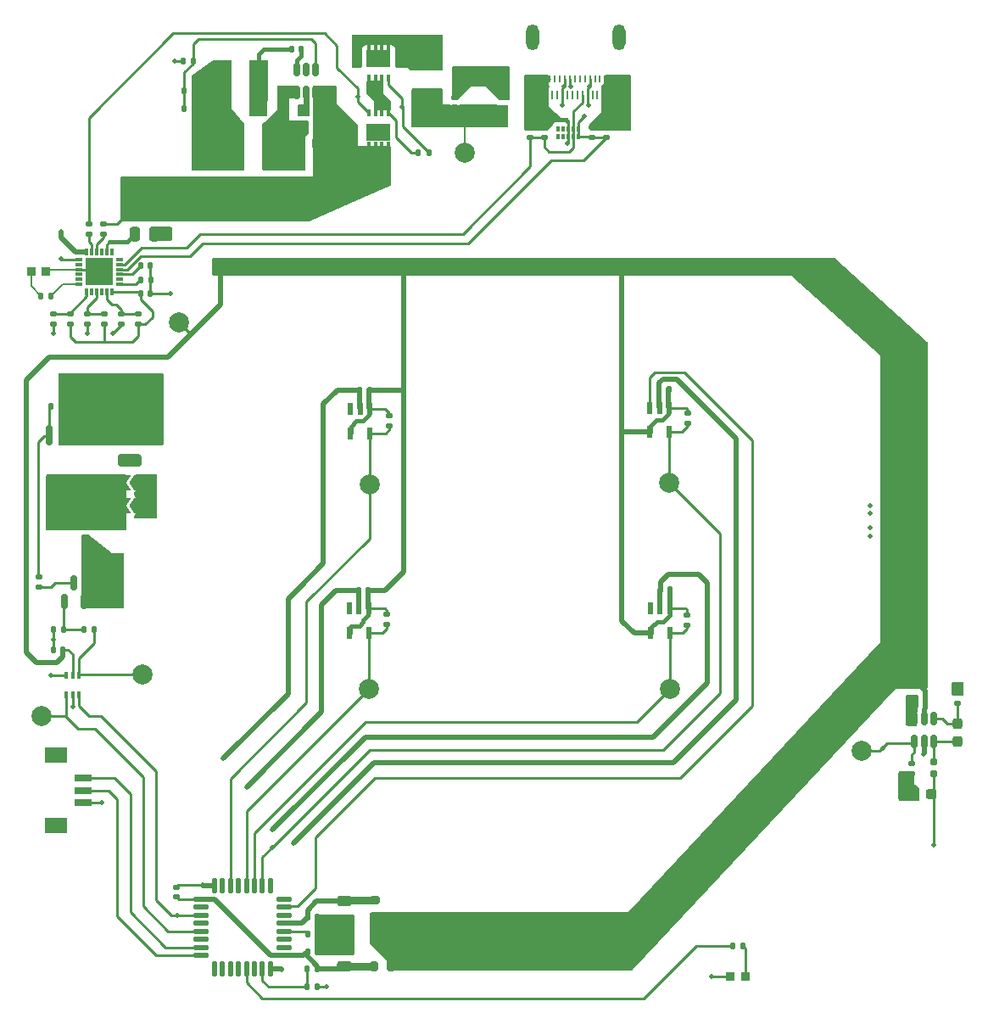
<source format=gbr>
%TF.GenerationSoftware,KiCad,Pcbnew,7.0.2*%
%TF.CreationDate,2024-06-02T17:27:24+02:00*%
%TF.ProjectId,Podgrzewacz,506f6467-727a-4657-9761-637a2e6b6963,rev?*%
%TF.SameCoordinates,Original*%
%TF.FileFunction,Copper,L1,Top*%
%TF.FilePolarity,Positive*%
%FSLAX46Y46*%
G04 Gerber Fmt 4.6, Leading zero omitted, Abs format (unit mm)*
G04 Created by KiCad (PCBNEW 7.0.2) date 2024-06-02 17:27:24*
%MOMM*%
%LPD*%
G01*
G04 APERTURE LIST*
G04 Aperture macros list*
%AMRoundRect*
0 Rectangle with rounded corners*
0 $1 Rounding radius*
0 $2 $3 $4 $5 $6 $7 $8 $9 X,Y pos of 4 corners*
0 Add a 4 corners polygon primitive as box body*
4,1,4,$2,$3,$4,$5,$6,$7,$8,$9,$2,$3,0*
0 Add four circle primitives for the rounded corners*
1,1,$1+$1,$2,$3*
1,1,$1+$1,$4,$5*
1,1,$1+$1,$6,$7*
1,1,$1+$1,$8,$9*
0 Add four rect primitives between the rounded corners*
20,1,$1+$1,$2,$3,$4,$5,0*
20,1,$1+$1,$4,$5,$6,$7,0*
20,1,$1+$1,$6,$7,$8,$9,0*
20,1,$1+$1,$8,$9,$2,$3,0*%
%AMFreePoly0*
4,1,6,1.000000,0.000000,0.500000,-0.750000,-0.500000,-0.750000,-0.500000,0.750000,0.500000,0.750000,1.000000,0.000000,1.000000,0.000000,$1*%
%AMFreePoly1*
4,1,6,0.500000,-0.750000,-0.650000,-0.750000,-0.150000,0.000000,-0.650000,0.750000,0.500000,0.750000,0.500000,-0.750000,0.500000,-0.750000,$1*%
G04 Aperture macros list end*
%TA.AperFunction,SMDPad,CuDef*%
%ADD10RoundRect,0.140000X0.170000X-0.140000X0.170000X0.140000X-0.170000X0.140000X-0.170000X-0.140000X0*%
%TD*%
%TA.AperFunction,SMDPad,CuDef*%
%ADD11C,2.000000*%
%TD*%
%TA.AperFunction,SMDPad,CuDef*%
%ADD12RoundRect,0.125000X0.625000X0.125000X-0.625000X0.125000X-0.625000X-0.125000X0.625000X-0.125000X0*%
%TD*%
%TA.AperFunction,SMDPad,CuDef*%
%ADD13RoundRect,0.125000X0.125000X0.625000X-0.125000X0.625000X-0.125000X-0.625000X0.125000X-0.625000X0*%
%TD*%
%TA.AperFunction,SMDPad,CuDef*%
%ADD14RoundRect,0.135000X0.135000X0.185000X-0.135000X0.185000X-0.135000X-0.185000X0.135000X-0.185000X0*%
%TD*%
%TA.AperFunction,SMDPad,CuDef*%
%ADD15RoundRect,0.135000X-0.135000X-0.185000X0.135000X-0.185000X0.135000X0.185000X-0.135000X0.185000X0*%
%TD*%
%TA.AperFunction,SMDPad,CuDef*%
%ADD16RoundRect,0.237500X0.237500X-0.300000X0.237500X0.300000X-0.237500X0.300000X-0.237500X-0.300000X0*%
%TD*%
%TA.AperFunction,SMDPad,CuDef*%
%ADD17RoundRect,0.140000X0.140000X0.170000X-0.140000X0.170000X-0.140000X-0.170000X0.140000X-0.170000X0*%
%TD*%
%TA.AperFunction,SMDPad,CuDef*%
%ADD18RoundRect,0.135000X-0.185000X0.135000X-0.185000X-0.135000X0.185000X-0.135000X0.185000X0.135000X0*%
%TD*%
%TA.AperFunction,SMDPad,CuDef*%
%ADD19R,0.762000X0.965200*%
%TD*%
%TA.AperFunction,SMDPad,CuDef*%
%ADD20R,0.990600X1.701800*%
%TD*%
%TA.AperFunction,SMDPad,CuDef*%
%ADD21RoundRect,0.150000X0.150000X-0.512500X0.150000X0.512500X-0.150000X0.512500X-0.150000X-0.512500X0*%
%TD*%
%TA.AperFunction,SMDPad,CuDef*%
%ADD22RoundRect,0.140000X-0.140000X-0.170000X0.140000X-0.170000X0.140000X0.170000X-0.140000X0.170000X0*%
%TD*%
%TA.AperFunction,SMDPad,CuDef*%
%ADD23RoundRect,0.135000X0.185000X-0.135000X0.185000X0.135000X-0.185000X0.135000X-0.185000X-0.135000X0*%
%TD*%
%TA.AperFunction,SMDPad,CuDef*%
%ADD24RoundRect,0.140000X-0.170000X0.140000X-0.170000X-0.140000X0.170000X-0.140000X0.170000X0.140000X0*%
%TD*%
%TA.AperFunction,SMDPad,CuDef*%
%ADD25R,0.420000X0.700000*%
%TD*%
%TA.AperFunction,SMDPad,CuDef*%
%ADD26R,0.420000X0.540000*%
%TD*%
%TA.AperFunction,SMDPad,CuDef*%
%ADD27R,2.370000X1.710000*%
%TD*%
%TA.AperFunction,SMDPad,CuDef*%
%ADD28R,1.800000X0.700000*%
%TD*%
%TA.AperFunction,SMDPad,CuDef*%
%ADD29R,2.200000X1.600000*%
%TD*%
%TA.AperFunction,SMDPad,CuDef*%
%ADD30R,0.568000X1.258799*%
%TD*%
%TA.AperFunction,SMDPad,CuDef*%
%ADD31RoundRect,0.250000X0.475000X-0.250000X0.475000X0.250000X-0.475000X0.250000X-0.475000X-0.250000X0*%
%TD*%
%TA.AperFunction,SMDPad,CuDef*%
%ADD32RoundRect,0.200000X-0.275000X0.200000X-0.275000X-0.200000X0.275000X-0.200000X0.275000X0.200000X0*%
%TD*%
%TA.AperFunction,SMDPad,CuDef*%
%ADD33R,0.950000X0.950000*%
%TD*%
%TA.AperFunction,SMDPad,CuDef*%
%ADD34RoundRect,0.250000X0.650000X-0.325000X0.650000X0.325000X-0.650000X0.325000X-0.650000X-0.325000X0*%
%TD*%
%TA.AperFunction,SMDPad,CuDef*%
%ADD35RoundRect,0.237500X-0.300000X-0.237500X0.300000X-0.237500X0.300000X0.237500X-0.300000X0.237500X0*%
%TD*%
%TA.AperFunction,SMDPad,CuDef*%
%ADD36R,0.400000X0.650000*%
%TD*%
%TA.AperFunction,SMDPad,CuDef*%
%ADD37R,0.300000X0.550000*%
%TD*%
%TA.AperFunction,SMDPad,CuDef*%
%ADD38R,0.400000X0.550000*%
%TD*%
%TA.AperFunction,SMDPad,CuDef*%
%ADD39RoundRect,0.150000X-0.150000X0.825000X-0.150000X-0.825000X0.150000X-0.825000X0.150000X0.825000X0*%
%TD*%
%TA.AperFunction,SMDPad,CuDef*%
%ADD40RoundRect,0.225000X0.225000X0.250000X-0.225000X0.250000X-0.225000X-0.250000X0.225000X-0.250000X0*%
%TD*%
%TA.AperFunction,SMDPad,CuDef*%
%ADD41RoundRect,0.250000X-0.325000X-1.100000X0.325000X-1.100000X0.325000X1.100000X-0.325000X1.100000X0*%
%TD*%
%TA.AperFunction,SMDPad,CuDef*%
%ADD42RoundRect,0.150000X0.150000X-0.587500X0.150000X0.587500X-0.150000X0.587500X-0.150000X-0.587500X0*%
%TD*%
%TA.AperFunction,SMDPad,CuDef*%
%ADD43R,0.270000X0.900000*%
%TD*%
%TA.AperFunction,SMDPad,CuDef*%
%ADD44R,0.270000X0.800000*%
%TD*%
%TA.AperFunction,ComponentPad*%
%ADD45O,1.300000X2.600000*%
%TD*%
%TA.AperFunction,ComponentPad*%
%ADD46O,1.600000X2.600000*%
%TD*%
%TA.AperFunction,SMDPad,CuDef*%
%ADD47R,1.850000X4.100000*%
%TD*%
%TA.AperFunction,SMDPad,CuDef*%
%ADD48RoundRect,0.250000X-0.475000X0.250000X-0.475000X-0.250000X0.475000X-0.250000X0.475000X0.250000X0*%
%TD*%
%TA.AperFunction,SMDPad,CuDef*%
%ADD49FreePoly0,180.000000*%
%TD*%
%TA.AperFunction,SMDPad,CuDef*%
%ADD50FreePoly1,180.000000*%
%TD*%
%TA.AperFunction,SMDPad,CuDef*%
%ADD51RoundRect,0.250000X0.625000X-0.312500X0.625000X0.312500X-0.625000X0.312500X-0.625000X-0.312500X0*%
%TD*%
%TA.AperFunction,SMDPad,CuDef*%
%ADD52RoundRect,0.160000X-0.160000X0.197500X-0.160000X-0.197500X0.160000X-0.197500X0.160000X0.197500X0*%
%TD*%
%TA.AperFunction,SMDPad,CuDef*%
%ADD53R,0.800000X0.300000*%
%TD*%
%TA.AperFunction,SMDPad,CuDef*%
%ADD54R,0.300000X0.800000*%
%TD*%
%TA.AperFunction,SMDPad,CuDef*%
%ADD55R,2.750000X2.750000*%
%TD*%
%TA.AperFunction,SMDPad,CuDef*%
%ADD56RoundRect,0.200000X0.200000X0.275000X-0.200000X0.275000X-0.200000X-0.275000X0.200000X-0.275000X0*%
%TD*%
%TA.AperFunction,SMDPad,CuDef*%
%ADD57R,1.170000X1.030000*%
%TD*%
%TA.AperFunction,SMDPad,CuDef*%
%ADD58RoundRect,0.250000X-0.250000X-0.475000X0.250000X-0.475000X0.250000X0.475000X-0.250000X0.475000X0*%
%TD*%
%TA.AperFunction,ViaPad*%
%ADD59C,0.500000*%
%TD*%
%TA.AperFunction,Conductor*%
%ADD60C,0.250000*%
%TD*%
%TA.AperFunction,Conductor*%
%ADD61C,0.500000*%
%TD*%
%TA.AperFunction,Conductor*%
%ADD62C,0.400000*%
%TD*%
%TA.AperFunction,Conductor*%
%ADD63C,0.200000*%
%TD*%
%TA.AperFunction,Conductor*%
%ADD64C,0.800000*%
%TD*%
G04 APERTURE END LIST*
D10*
%TO.P,C8,1*%
%TO.N,CC1*%
X153420000Y-71760000D03*
%TO.P,C8,2*%
%TO.N,GND*%
X153420000Y-70800000D03*
%TD*%
D11*
%TO.P,TP11,1,1*%
%TO.N,Control*%
X103250000Y-129500000D03*
%TD*%
D12*
%TO.P,U8,1,VDD*%
%TO.N,Net-(C20-Pad2)*%
X127475000Y-153400000D03*
%TO.P,U8,2,PF0*%
%TO.N,unconnected-(U8-PF0-Pad2)*%
X127475000Y-152600000D03*
%TO.P,U8,3,PF1*%
%TO.N,unconnected-(U8-PF1-Pad3)*%
X127475000Y-151800000D03*
%TO.P,U8,4,NRST*%
%TO.N,Net-(U8-NRST)*%
X127475000Y-151000000D03*
%TO.P,U8,5,VDDA*%
%TO.N,Net-(U8-VDDA)*%
X127475000Y-150200000D03*
%TO.P,U8,6,PA0*%
%TO.N,unconnected-(U8-PA0-Pad6)*%
X127475000Y-149400000D03*
%TO.P,U8,7,PA1*%
%TO.N,Temp*%
X127475000Y-148600000D03*
%TO.P,U8,8,PA2*%
%TO.N,unconnected-(U8-PA2-Pad8)*%
X127475000Y-147800000D03*
D13*
%TO.P,U8,9,PA3*%
%TO.N,unconnected-(U8-PA3-Pad9)*%
X126100000Y-146425000D03*
%TO.P,U8,10,PA4*%
%TO.N,85DEG*%
X125300000Y-146425000D03*
%TO.P,U8,11,PA5*%
%TO.N,75DEG_B*%
X124500000Y-146425000D03*
%TO.P,U8,12,PA6*%
%TO.N,75DEG_A*%
X123700000Y-146425000D03*
%TO.P,U8,13,PA7*%
%TO.N,unconnected-(U8-PA7-Pad13)*%
X122900000Y-146425000D03*
%TO.P,U8,14,PB0*%
%TO.N,65DEG*%
X122100000Y-146425000D03*
%TO.P,U8,15,PB1*%
%TO.N,unconnected-(U8-PB1-Pad15)*%
X121300000Y-146425000D03*
%TO.P,U8,16,VSS*%
%TO.N,GND*%
X120500000Y-146425000D03*
D12*
%TO.P,U8,17,VDD*%
%TO.N,Net-(C20-Pad2)*%
X119125000Y-147800000D03*
%TO.P,U8,18,PA8*%
%TO.N,unconnected-(U8-PA8-Pad18)*%
X119125000Y-148600000D03*
%TO.P,U8,19,PA9*%
%TO.N,SensorOUT*%
X119125000Y-149400000D03*
%TO.P,U8,20,PA10*%
%TO.N,unconnected-(U8-PA10-Pad20)*%
X119125000Y-150200000D03*
%TO.P,U8,21,PA11*%
%TO.N,Control*%
X119125000Y-151000000D03*
%TO.P,U8,22,PA12*%
%TO.N,unconnected-(U8-PA12-Pad22)*%
X119125000Y-151800000D03*
%TO.P,U8,23,PA13*%
%TO.N,SWDIO*%
X119125000Y-152600000D03*
%TO.P,U8,24,PA14*%
%TO.N,SWCLK*%
X119125000Y-153400000D03*
D13*
%TO.P,U8,25,PA15*%
%TO.N,unconnected-(U8-PA15-Pad25)*%
X120500000Y-154775000D03*
%TO.P,U8,26,PB3*%
%TO.N,unconnected-(U8-PB3-Pad26)*%
X121300000Y-154775000D03*
%TO.P,U8,27,PB4*%
%TO.N,unconnected-(U8-PB4-Pad27)*%
X122100000Y-154775000D03*
%TO.P,U8,28,PB5*%
%TO.N,unconnected-(U8-PB5-Pad28)*%
X122900000Y-154775000D03*
%TO.P,U8,29,PB6*%
%TO.N,LED*%
X123700000Y-154775000D03*
%TO.P,U8,30,PB7*%
%TO.N,unconnected-(U8-PB7-Pad30)*%
X124500000Y-154775000D03*
%TO.P,U8,31,BOOT0*%
%TO.N,Net-(U8-BOOT0)*%
X125300000Y-154775000D03*
%TO.P,U8,32,VSS*%
%TO.N,GND*%
X126100000Y-154775000D03*
%TD*%
D14*
%TO.P,R33,1*%
%TO.N,GND*%
X130790000Y-156500000D03*
%TO.P,R33,2*%
%TO.N,Net-(U8-BOOT0)*%
X129770000Y-156500000D03*
%TD*%
D15*
%TO.P,R6,1*%
%TO.N,GND*%
X117380000Y-64200000D03*
%TO.P,R6,2*%
%TO.N,Net-(U1-FB)*%
X118400000Y-64200000D03*
%TD*%
D11*
%TO.P,TP5,1,1*%
%TO.N,75DEG_B*%
X166000000Y-126800000D03*
%TD*%
D15*
%TO.P,R32,1*%
%TO.N,Net-(U8-BOOT0)*%
X129770000Y-154762500D03*
%TO.P,R32,2*%
%TO.N,Net-(C20-Pad2)*%
X130790000Y-154762500D03*
%TD*%
D16*
%TO.P,C11,1*%
%TO.N,Net-(U4-SNSK)*%
X194700000Y-132025000D03*
%TO.P,C11,2*%
%TO.N,Net-(U4-SNS)*%
X194700000Y-130300000D03*
%TD*%
D17*
%TO.P,C28,1*%
%TO.N,GND*%
X130760000Y-149600000D03*
%TO.P,C28,2*%
%TO.N,Net-(U8-VDDA)*%
X129800000Y-149600000D03*
%TD*%
D15*
%TO.P,R10,1*%
%TO.N,Net-(D5-A)*%
X103180000Y-87600000D03*
%TO.P,R10,2*%
%TO.N,LED_TEST*%
X104200000Y-87600000D03*
%TD*%
D18*
%TO.P,R11,1*%
%TO.N,GND*%
X152020000Y-70800000D03*
%TO.P,R11,2*%
%TO.N,CC1*%
X152020000Y-71820000D03*
%TD*%
D19*
%TO.P,CR1,1*%
%TO.N,Vbus*%
X149500000Y-68965300D03*
D20*
%TO.P,CR1,2*%
%TO.N,GND*%
X149500000Y-67200000D03*
%TD*%
D21*
%TO.P,U4,1,OUT*%
%TO.N,SensorOUT*%
X190400000Y-132075000D03*
%TO.P,U4,2,VSS*%
%TO.N,GND*%
X191350000Y-132075000D03*
%TO.P,U4,3,SNSK*%
%TO.N,Net-(U4-SNSK)*%
X192300000Y-132075000D03*
%TO.P,U4,4,SNS*%
%TO.N,Net-(U4-SNS)*%
X192300000Y-129800000D03*
%TO.P,U4,5,VDD*%
%TO.N,+3.3V*%
X191350000Y-129800000D03*
%TO.P,U4,6,TIME*%
%TO.N,GND*%
X190400000Y-129800000D03*
%TD*%
D10*
%TO.P,C9,1*%
%TO.N,CC2*%
X158220000Y-71760000D03*
%TO.P,C9,2*%
%TO.N,GND*%
X158220000Y-70800000D03*
%TD*%
D17*
%TO.P,C13,1*%
%TO.N,+3.3V*%
X118460000Y-68900000D03*
%TO.P,C13,2*%
%TO.N,Net-(U1-FB)*%
X117500000Y-68900000D03*
%TD*%
D22*
%TO.P,C10,1*%
%TO.N,GND*%
X190500000Y-127900000D03*
%TO.P,C10,2*%
%TO.N,+3.3V*%
X191460000Y-127900000D03*
%TD*%
D23*
%TO.P,R28,1*%
%TO.N,V3VD*%
X106100000Y-90420000D03*
%TO.P,R28,2*%
%TO.N,VSEL1*%
X106100000Y-89400000D03*
%TD*%
D18*
%TO.P,R3,1*%
%TO.N,SensorOUT*%
X190100000Y-134280000D03*
%TO.P,R3,2*%
%TO.N,GND*%
X190100000Y-135300000D03*
%TD*%
D24*
%TO.P,C4,1*%
%TO.N,LOAD*%
X107600000Y-110720000D03*
%TO.P,C4,2*%
%TO.N,GND*%
X107600000Y-111680000D03*
%TD*%
D17*
%TO.P,C24,1*%
%TO.N,+3.3V*%
X165880000Y-96900000D03*
%TO.P,C24,2*%
%TO.N,GND*%
X164920000Y-96900000D03*
%TD*%
D25*
%TO.P,Q3,1,S_1*%
%TO.N,Net-(Q3-S_1)*%
X135925000Y-65850000D03*
%TO.P,Q3,2,S_2*%
X136575000Y-65850000D03*
%TO.P,Q3,3,S_3*%
X137225000Y-65850000D03*
%TO.P,Q3,4,G*%
%TO.N,Net-(Q3-G)*%
X137875000Y-65850000D03*
D26*
%TO.P,Q3,5,D_1*%
%TO.N,Net-(IC1-VCC)*%
X137875000Y-62770000D03*
%TO.P,Q3,6,D_2*%
X137225000Y-62770000D03*
%TO.P,Q3,7,D_3*%
X136575000Y-62770000D03*
%TO.P,Q3,8,D_4*%
X135925000Y-62770000D03*
D27*
%TO.P,Q3,9*%
%TO.N,N/C*%
X136900000Y-63895000D03*
%TD*%
D22*
%TO.P,C19,1*%
%TO.N,Net-(IC1-IFB)*%
X113140000Y-84600000D03*
%TO.P,C19,2*%
%TO.N,GND*%
X114100000Y-84600000D03*
%TD*%
D11*
%TO.P,TP9,1,1*%
%TO.N,75DEG_A*%
X135900000Y-126800000D03*
%TD*%
D28*
%TO.P,J3,1,1*%
%TO.N,SWDIO*%
X107400000Y-135700000D03*
%TO.P,J3,2,2*%
%TO.N,SWCLK*%
X107400000Y-136950000D03*
%TO.P,J3,3,3*%
%TO.N,GND*%
X107400000Y-138200000D03*
D29*
%TO.P,J3,MP*%
%TO.N,N/C*%
X104700000Y-133450000D03*
X104700000Y-140450000D03*
%TD*%
D30*
%TO.P,U13,1,HYST*%
%TO.N,+3.3V*%
X165900000Y-98761600D03*
%TO.P,U13,2,GND*%
%TO.N,GND*%
X164947500Y-98761600D03*
%TO.P,U13,3,VTEMP*%
%TO.N,Temp*%
X163995000Y-98761600D03*
%TO.P,U13,4,V+*%
%TO.N,+3.3V*%
X163995000Y-101200000D03*
%TO.P,U13,5,OS/~OS*%
%TO.N,85DEG*%
X165900000Y-101200000D03*
%TD*%
D25*
%TO.P,Q4,1,S_1*%
%TO.N,Net-(Q3-S_1)*%
X137875000Y-69355000D03*
%TO.P,Q4,2,S_2*%
X137225000Y-69355000D03*
%TO.P,Q4,3,S_3*%
X136575000Y-69355000D03*
%TO.P,Q4,4,G*%
%TO.N,Net-(Q3-G)*%
X135925000Y-69355000D03*
D26*
%TO.P,Q4,5,D_1*%
%TO.N,VOUT*%
X135925000Y-72435000D03*
%TO.P,Q4,6,D_2*%
X136575000Y-72435000D03*
%TO.P,Q4,7,D_3*%
X137225000Y-72435000D03*
%TO.P,Q4,8,D_4*%
X137875000Y-72435000D03*
D27*
%TO.P,Q4,9*%
%TO.N,N/C*%
X136900000Y-71310000D03*
%TD*%
D15*
%TO.P,R7,1*%
%TO.N,Net-(U1-FB)*%
X117480000Y-67100000D03*
%TO.P,R7,2*%
%TO.N,+3.3V*%
X118500000Y-67100000D03*
%TD*%
D24*
%TO.P,C25,1*%
%TO.N,GND*%
X116700000Y-146600000D03*
%TO.P,C25,2*%
%TO.N,Net-(C20-Pad2)*%
X116700000Y-147560000D03*
%TD*%
D30*
%TO.P,U12,1,HYST*%
%TO.N,+3.3V*%
X135900000Y-118800000D03*
%TO.P,U12,2,GND*%
%TO.N,GND*%
X134947500Y-118800000D03*
%TO.P,U12,3,VTEMP*%
%TO.N,unconnected-(U12-VTEMP-Pad3)*%
X133995000Y-118800000D03*
%TO.P,U12,4,V+*%
%TO.N,+3.3V*%
X133995000Y-121238400D03*
%TO.P,U12,5,OS/~OS*%
%TO.N,75DEG_A*%
X135900000Y-121238400D03*
%TD*%
D31*
%TO.P,C27,1*%
%TO.N,Net-(C20-Pad2)*%
X133500000Y-154500000D03*
%TO.P,C27,2*%
%TO.N,GND*%
X133500000Y-152600000D03*
%TD*%
D32*
%TO.P,FB2,1*%
%TO.N,Net-(U8-VDDA)*%
X136500000Y-147900000D03*
%TO.P,FB2,2*%
%TO.N,+3.3V*%
X136500000Y-149550000D03*
%TD*%
D17*
%TO.P,C14,1*%
%TO.N,VOUT*%
X130560000Y-70500000D03*
%TO.P,C14,2*%
%TO.N,GND*%
X129600000Y-70500000D03*
%TD*%
D11*
%TO.P,TP7,1,1*%
%TO.N,85DEG*%
X165900000Y-106200000D03*
%TD*%
D30*
%TO.P,U5,1,HYST*%
%TO.N,+3.3V*%
X165952500Y-118800000D03*
%TO.P,U5,2,GND*%
%TO.N,GND*%
X165000000Y-118800000D03*
%TO.P,U5,3,VTEMP*%
%TO.N,unconnected-(U5-VTEMP-Pad3)*%
X164047500Y-118800000D03*
%TO.P,U5,4,V+*%
%TO.N,+3.3V*%
X164047500Y-121238400D03*
%TO.P,U5,5,OS/~OS*%
%TO.N,75DEG_B*%
X165952500Y-121238400D03*
%TD*%
D33*
%TO.P,D5,1,K*%
%TO.N,GND*%
X103700000Y-85200000D03*
%TO.P,D5,2,A*%
%TO.N,Net-(D5-A)*%
X102200000Y-85200000D03*
%TD*%
D34*
%TO.P,C6,1*%
%TO.N,Vbus*%
X146800000Y-69050000D03*
%TO.P,C6,2*%
%TO.N,GND*%
X146800000Y-66100000D03*
%TD*%
D18*
%TO.P,R18,1*%
%TO.N,Net-(Q2-G)*%
X103000000Y-115600000D03*
%TO.P,R18,2*%
%TO.N,Net-(Q1-D)*%
X103000000Y-116620000D03*
%TD*%
D10*
%TO.P,C7,1*%
%TO.N,Vbus*%
X144500000Y-68760000D03*
%TO.P,C7,2*%
%TO.N,GND*%
X144500000Y-67800000D03*
%TD*%
D11*
%TO.P,TP8,1,1*%
%TO.N,SensorOUT*%
X185100000Y-133000000D03*
%TD*%
%TO.P,TP10,1,1*%
%TO.N,+3.3V*%
X117000000Y-90250000D03*
%TD*%
D18*
%TO.P,R14,1*%
%TO.N,VOUT*%
X109400000Y-80400000D03*
%TO.P,R14,2*%
%TO.N,Net-(IC1-VBUS)*%
X109400000Y-81420000D03*
%TD*%
D22*
%TO.P,C18,1*%
%TO.N,V3VD*%
X113140000Y-87400000D03*
%TO.P,C18,2*%
%TO.N,GND*%
X114100000Y-87400000D03*
%TD*%
D17*
%TO.P,C22,1*%
%TO.N,+3.3V*%
X136000000Y-97000000D03*
%TO.P,C22,2*%
%TO.N,GND*%
X135040000Y-97000000D03*
%TD*%
D11*
%TO.P,TP6,1,1*%
%TO.N,65DEG*%
X136000000Y-106400000D03*
%TD*%
D30*
%TO.P,U11,1,HYST*%
%TO.N,+3.3V*%
X136000000Y-98861600D03*
%TO.P,U11,2,GND*%
%TO.N,GND*%
X135047500Y-98861600D03*
%TO.P,U11,3,VTEMP*%
%TO.N,unconnected-(U11-VTEMP-Pad3)*%
X134095000Y-98861600D03*
%TO.P,U11,4,V+*%
%TO.N,+3.3V*%
X134095000Y-101300000D03*
%TO.P,U11,5,OS/~OS*%
%TO.N,65DEG*%
X136000000Y-101300000D03*
%TD*%
D15*
%TO.P,R1,1*%
%TO.N,Net-(IC1-PSEL)*%
X113145206Y-85992843D03*
%TO.P,R1,2*%
%TO.N,GND*%
X114165206Y-85992843D03*
%TD*%
D35*
%TO.P,D1,1,A1*%
%TO.N,GND*%
X190375000Y-137300000D03*
%TO.P,D1,2,A2*%
%TO.N,SensorIN*%
X192100000Y-137300000D03*
%TD*%
D36*
%TO.P,U3,1*%
%TO.N,Control*%
X105700000Y-127400000D03*
%TO.P,U3,2,GND*%
%TO.N,GND*%
X106350000Y-127400000D03*
%TO.P,U3,3*%
%TO.N,SensorOUT*%
X107000000Y-127400000D03*
%TO.P,U3,4*%
%TO.N,Net-(R9-Pad1)*%
X107000000Y-125500000D03*
%TO.P,U3,5,VCC*%
%TO.N,+3.3V*%
X106350000Y-125500000D03*
%TO.P,U3,6*%
%TO.N,85DEG*%
X105700000Y-125500000D03*
%TD*%
D31*
%TO.P,C29,1*%
%TO.N,GND*%
X133500000Y-149900000D03*
%TO.P,C29,2*%
%TO.N,Net-(U8-VDDA)*%
X133500000Y-148000000D03*
%TD*%
D18*
%TO.P,R25,1*%
%TO.N,VSEL1*%
X104400000Y-89400000D03*
%TO.P,R25,2*%
%TO.N,GND*%
X104400000Y-90420000D03*
%TD*%
D37*
%TO.P,U2,1,IO1*%
%TO.N,unconnected-(U2-IO1-Pad1)*%
X154820000Y-71670000D03*
%TO.P,U2,2,IO2*%
%TO.N,unconnected-(U2-IO2-Pad2)*%
X155320000Y-71670000D03*
D38*
%TO.P,U2,3,G*%
%TO.N,GND*%
X155820000Y-71670000D03*
D37*
%TO.P,U2,4,IO3*%
%TO.N,CC1*%
X156320000Y-71670000D03*
%TO.P,U2,5,IO4*%
%TO.N,CC2*%
X156820000Y-71670000D03*
%TO.P,U2,6,NC*%
X156820000Y-70900000D03*
%TO.P,U2,7,NC*%
%TO.N,CC1*%
X156320000Y-70900000D03*
D38*
%TO.P,U2,8,G*%
%TO.N,GND*%
X155820000Y-70900000D03*
D37*
%TO.P,U2,9,NC*%
%TO.N,unconnected-(U2-NC-Pad9)*%
X155320000Y-70900000D03*
%TO.P,U2,10,NC*%
%TO.N,unconnected-(U2-NC-Pad10)*%
X154820000Y-70900000D03*
%TD*%
D39*
%TO.P,Q2,1,S*%
%TO.N,VOUT*%
X107840000Y-101500000D03*
%TO.P,Q2,2,S*%
X106570000Y-101500000D03*
%TO.P,Q2,3,S*%
X105300000Y-101500000D03*
%TO.P,Q2,4,G*%
%TO.N,Net-(Q2-G)*%
X104030000Y-101500000D03*
%TO.P,Q2,5,D*%
%TO.N,LOAD*%
X104030000Y-106450000D03*
%TO.P,Q2,6,D*%
X105300000Y-106450000D03*
%TO.P,Q2,7,D*%
X106570000Y-106450000D03*
%TO.P,Q2,8,D*%
X107840000Y-106450000D03*
%TD*%
D40*
%TO.P,C1,1*%
%TO.N,VOUT*%
X130700000Y-72400000D03*
%TO.P,C1,2*%
%TO.N,GND*%
X129150000Y-72400000D03*
%TD*%
D18*
%TO.P,R12,1*%
%TO.N,GND*%
X159620000Y-70800000D03*
%TO.P,R12,2*%
%TO.N,CC2*%
X159620000Y-71820000D03*
%TD*%
D15*
%TO.P,R13,1*%
%TO.N,Net-(Q3-S_1)*%
X140880000Y-73300000D03*
%TO.P,R13,2*%
%TO.N,Net-(Q3-G)*%
X141900000Y-73300000D03*
%TD*%
D41*
%TO.P,C5,1*%
%TO.N,+3.3V*%
X122900000Y-71800000D03*
%TO.P,C5,2*%
%TO.N,GND*%
X125850000Y-71800000D03*
%TD*%
D42*
%TO.P,Q1,1,G*%
%TO.N,Net-(Q1-G)*%
X105550000Y-118075000D03*
%TO.P,Q1,2,S*%
%TO.N,GND*%
X107450000Y-118075000D03*
%TO.P,Q1,3,D*%
%TO.N,Net-(Q1-D)*%
X106500000Y-116200000D03*
%TD*%
D18*
%TO.P,R24,1*%
%TO.N,VSEL0*%
X107800000Y-89400000D03*
%TO.P,R24,2*%
%TO.N,GND*%
X107800000Y-90420000D03*
%TD*%
D23*
%TO.P,R21,1*%
%TO.N,75DEG_A*%
X137700000Y-120420000D03*
%TO.P,R21,2*%
%TO.N,+3.3V*%
X137700000Y-119400000D03*
%TD*%
%TO.P,R15,1*%
%TO.N,65DEG*%
X138000000Y-100600000D03*
%TO.P,R15,2*%
%TO.N,+3.3V*%
X138000000Y-99580000D03*
%TD*%
D22*
%TO.P,C2,1*%
%TO.N,GND*%
X104440000Y-122900000D03*
%TO.P,C2,2*%
%TO.N,+3.3V*%
X105400000Y-122900000D03*
%TD*%
D23*
%TO.P,R4,1*%
%TO.N,Net-(U4-SNS)*%
X194700000Y-128225000D03*
%TO.P,R4,2*%
%TO.N,GND*%
X194700000Y-127205000D03*
%TD*%
D43*
%TO.P,J1,A1,GND_1A*%
%TO.N,GND*%
X159245000Y-67550000D03*
%TO.P,J1,A2,TX1+*%
%TO.N,unconnected-(J1-TX1+-PadA2)*%
X158745000Y-67550000D03*
%TO.P,J1,A3,TX1-*%
%TO.N,unconnected-(J1-TX1--PadA3)*%
X158245000Y-67550000D03*
%TO.P,J1,A4,VBUS_1A*%
%TO.N,Vbus*%
X157745000Y-67550000D03*
%TO.P,J1,A5,CC1*%
%TO.N,CC1*%
X157245000Y-67550000D03*
%TO.P,J1,A6,D+_A*%
%TO.N,unconnected-(J1-D+_A-PadA6)*%
X156745000Y-67550000D03*
%TO.P,J1,A7,D-_A*%
%TO.N,unconnected-(J1-D-_A-PadA7)*%
X156245000Y-67550000D03*
%TO.P,J1,A8,SBU1*%
%TO.N,unconnected-(J1-SBU1-PadA8)*%
X155745000Y-67550000D03*
%TO.P,J1,A9,VBUS_2A*%
%TO.N,Vbus*%
X155245000Y-67550000D03*
%TO.P,J1,A10,RX2-*%
%TO.N,unconnected-(J1-RX2--PadA10)*%
X154745000Y-67550000D03*
%TO.P,J1,A11,RX2+*%
%TO.N,unconnected-(J1-RX2+-PadA11)*%
X154245000Y-67550000D03*
%TO.P,J1,A12,GND_2A*%
%TO.N,GND*%
X153745000Y-67550000D03*
D44*
%TO.P,J1,B1,GND_1B*%
X153995000Y-65950000D03*
%TO.P,J1,B2,TX2+*%
%TO.N,unconnected-(J1-TX2+-PadB2)*%
X154495000Y-65950000D03*
%TO.P,J1,B3,TX2-*%
%TO.N,unconnected-(J1-TX2--PadB3)*%
X154995000Y-65950000D03*
%TO.P,J1,B4,VBUS_1B*%
%TO.N,Vbus*%
X155495000Y-65950000D03*
%TO.P,J1,B5,CC2*%
%TO.N,CC2*%
X155995000Y-65950000D03*
%TO.P,J1,B6,D+_B*%
%TO.N,unconnected-(J1-D+_B-PadB6)*%
X156495000Y-65950000D03*
%TO.P,J1,B7,D-_B*%
%TO.N,unconnected-(J1-D-_B-PadB7)*%
X156995000Y-65950000D03*
%TO.P,J1,B8,SBU2*%
%TO.N,unconnected-(J1-SBU2-PadB8)*%
X157495000Y-65950000D03*
%TO.P,J1,B9,VBUS_2B*%
%TO.N,Vbus*%
X157995000Y-65950000D03*
%TO.P,J1,B10,RX1-*%
%TO.N,unconnected-(J1-RX1--PadB10)*%
X158495000Y-65950000D03*
%TO.P,J1,B11,RX1+*%
%TO.N,unconnected-(J1-RX1+-PadB11)*%
X158995000Y-65950000D03*
%TO.P,J1,B12,GND_2B*%
%TO.N,GND*%
X159495000Y-65950000D03*
D45*
%TO.P,J1,P1,SHIELD*%
X160940000Y-61800000D03*
%TO.P,J1,P2,SHIELD*%
X152300000Y-61800000D03*
D46*
%TO.P,J1,P3,SHIELD*%
X160750903Y-66807377D03*
%TO.P,J1,P4,SHIELD*%
X152503200Y-66850000D03*
%TD*%
D11*
%TO.P,TP4,1,1*%
%TO.N,LOAD*%
X105000000Y-109900000D03*
%TD*%
D47*
%TO.P,L1,1,1*%
%TO.N,Net-(U1-SW)*%
X124900000Y-66100000D03*
%TO.P,L1,2,2*%
%TO.N,+3.3V*%
X121250000Y-66100000D03*
%TD*%
D48*
%TO.P,C12,1*%
%TO.N,VOUT*%
X111600000Y-102000000D03*
%TO.P,C12,2*%
%TO.N,GND*%
X111600000Y-103900000D03*
%TD*%
D14*
%TO.P,R16,1*%
%TO.N,VOUT*%
X105220000Y-98600000D03*
%TO.P,R16,2*%
%TO.N,Net-(Q2-G)*%
X104200000Y-98600000D03*
%TD*%
D49*
%TO.P,JP1,1,A*%
%TO.N,GND*%
X113000000Y-106200000D03*
D50*
%TO.P,JP1,2,B*%
%TO.N,LOAD*%
X111550000Y-106200000D03*
%TD*%
D18*
%TO.P,R26,1*%
%TO.N,VSEL2*%
X111200000Y-89400000D03*
%TO.P,R26,2*%
%TO.N,GND*%
X111200000Y-90420000D03*
%TD*%
D11*
%TO.P,TP2,1,1*%
%TO.N,Vbus*%
X145500000Y-73300000D03*
%TD*%
D23*
%TO.P,R20,1*%
%TO.N,75DEG_B*%
X167700000Y-120500000D03*
%TO.P,R20,2*%
%TO.N,+3.3V*%
X167700000Y-119480000D03*
%TD*%
D11*
%TO.P,TP1,1,1*%
%TO.N,Net-(R9-Pad1)*%
X113300000Y-125400000D03*
%TD*%
D17*
%TO.P,C21,1*%
%TO.N,+3.3V*%
X166000000Y-116900000D03*
%TO.P,C21,2*%
%TO.N,GND*%
X165040000Y-116900000D03*
%TD*%
D51*
%TO.P,R30,1*%
%TO.N,Vbus*%
X142250000Y-67425000D03*
%TO.P,R30,2*%
%TO.N,Net-(IC1-VCC)*%
X142250000Y-64500000D03*
%TD*%
D23*
%TO.P,R29,1*%
%TO.N,V3VD*%
X112900000Y-90420000D03*
%TO.P,R29,2*%
%TO.N,VSEL2*%
X112900000Y-89400000D03*
%TD*%
D21*
%TO.P,U1,1,GND*%
%TO.N,GND*%
X128700000Y-67300000D03*
%TO.P,U1,2,SW*%
%TO.N,Net-(U1-SW)*%
X129650000Y-67300000D03*
%TO.P,U1,3,VIN*%
%TO.N,VOUT*%
X130600000Y-67300000D03*
%TO.P,U1,4,FB*%
%TO.N,Net-(U1-FB)*%
X130600000Y-65025000D03*
%TO.P,U1,5,EN*%
%TO.N,unconnected-(U1-EN-Pad5)*%
X129650000Y-65025000D03*
%TO.P,U1,6,BOOT*%
%TO.N,Net-(U1-BOOT)*%
X128700000Y-65025000D03*
%TD*%
D18*
%TO.P,R2,1*%
%TO.N,Net-(Q3-G)*%
X108000000Y-80400000D03*
%TO.P,R2,2*%
%TO.N,Net-(IC1-PWR_EN)*%
X108000000Y-81420000D03*
%TD*%
D52*
%TO.P,R5,1*%
%TO.N,Net-(U4-SNSK)*%
X192300000Y-134100000D03*
%TO.P,R5,2*%
%TO.N,SensorIN*%
X192300000Y-135295000D03*
%TD*%
D53*
%TO.P,IC1,1,ISENP*%
%TO.N,Vbus*%
X107000000Y-83950000D03*
%TO.P,IC1,2,NC_1*%
%TO.N,unconnected-(IC1-NC_1-Pad2)*%
X107000000Y-84450000D03*
%TO.P,IC1,3,GND*%
%TO.N,GND*%
X107000000Y-84950000D03*
%TO.P,IC1,4,NC_2*%
%TO.N,unconnected-(IC1-NC_2-Pad4)*%
X107000000Y-85450000D03*
%TO.P,IC1,5,NC_3*%
%TO.N,unconnected-(IC1-NC_3-Pad5)*%
X107000000Y-85950000D03*
%TO.P,IC1,6,GPIO4*%
%TO.N,LED_TEST*%
X107000000Y-86450000D03*
D54*
%TO.P,IC1,7,VSEL1*%
%TO.N,VSEL1*%
X107750000Y-87200000D03*
%TO.P,IC1,8,GPIO1*%
%TO.N,unconnected-(IC1-GPIO1-Pad8)*%
X108250000Y-87200000D03*
%TO.P,IC1,9,VSEL0*%
%TO.N,VSEL0*%
X108750000Y-87200000D03*
%TO.P,IC1,10,NC_4*%
%TO.N,unconnected-(IC1-NC_4-Pad10)*%
X109250000Y-87200000D03*
%TO.P,IC1,11,VSEL2*%
%TO.N,VSEL2*%
X109750000Y-87200000D03*
%TO.P,IC1,12,V3VD*%
%TO.N,V3VD*%
X110250000Y-87200000D03*
D53*
%TO.P,IC1,13,PSEL*%
%TO.N,Net-(IC1-PSEL)*%
X111000000Y-86450000D03*
%TO.P,IC1,14,VFB*%
%TO.N,unconnected-(IC1-VFB-Pad14)*%
X111000000Y-85950000D03*
%TO.P,IC1,15,IFB*%
%TO.N,Net-(IC1-IFB)*%
X111000000Y-85450000D03*
%TO.P,IC1,16,CC2*%
%TO.N,CC2*%
X111000000Y-84950000D03*
%TO.P,IC1,17,CC1*%
%TO.N,CC1*%
X111000000Y-84450000D03*
%TO.P,IC1,18,NC_5*%
%TO.N,unconnected-(IC1-NC_5-Pad18)*%
X111000000Y-83950000D03*
D54*
%TO.P,IC1,19,NC_6*%
%TO.N,unconnected-(IC1-NC_6-Pad19)*%
X110250000Y-83200000D03*
%TO.P,IC1,20,V5V*%
%TO.N,Net-(IC1-V5V)*%
X109750000Y-83200000D03*
%TO.P,IC1,21,NC_7*%
%TO.N,unconnected-(IC1-NC_7-Pad21)*%
X109250000Y-83200000D03*
%TO.P,IC1,22,VBUS*%
%TO.N,Net-(IC1-VBUS)*%
X108750000Y-83200000D03*
%TO.P,IC1,23,PWR_EN*%
%TO.N,Net-(IC1-PWR_EN)*%
X108250000Y-83200000D03*
%TO.P,IC1,24,VCC*%
%TO.N,Net-(IC1-VCC)*%
X107750000Y-83200000D03*
D55*
%TO.P,IC1,25,EP*%
%TO.N,GND*%
X109000000Y-85200000D03*
%TD*%
D23*
%TO.P,R22,1*%
%TO.N,85DEG*%
X167800000Y-100320000D03*
%TO.P,R22,2*%
%TO.N,+3.3V*%
X167800000Y-99300000D03*
%TD*%
D22*
%TO.P,C3,1*%
%TO.N,Net-(U1-SW)*%
X128200000Y-63000000D03*
%TO.P,C3,2*%
%TO.N,Net-(U1-BOOT)*%
X129160000Y-63000000D03*
%TD*%
D56*
%TO.P,FB1,1*%
%TO.N,+3.3V*%
X138100000Y-154500000D03*
%TO.P,FB1,2*%
%TO.N,Net-(C20-Pad2)*%
X136450000Y-154500000D03*
%TD*%
D14*
%TO.P,R17,1*%
%TO.N,Net-(Q1-G)*%
X105420000Y-120900000D03*
%TO.P,R17,2*%
%TO.N,GND*%
X104400000Y-120900000D03*
%TD*%
D57*
%TO.P,D7,1*%
%TO.N,LOAD*%
X110900000Y-110500000D03*
%TO.P,D7,2*%
%TO.N,GND*%
X110900000Y-113800000D03*
%TD*%
D49*
%TO.P,JP2,1,A*%
%TO.N,GND*%
X113000000Y-108500000D03*
D50*
%TO.P,JP2,2,B*%
%TO.N,LOAD*%
X111550000Y-108500000D03*
%TD*%
D11*
%TO.P,TP3,1,1*%
%TO.N,VOUT*%
X109200000Y-97300000D03*
%TD*%
D58*
%TO.P,C17,1*%
%TO.N,Net-(IC1-V5V)*%
X112600000Y-81400000D03*
%TO.P,C17,2*%
%TO.N,GND*%
X114500000Y-81400000D03*
%TD*%
D23*
%TO.P,R27,1*%
%TO.N,V3VD*%
X109500000Y-90420000D03*
%TO.P,R27,2*%
%TO.N,VSEL0*%
X109500000Y-89400000D03*
%TD*%
D17*
%TO.P,C23,1*%
%TO.N,+3.3V*%
X135880000Y-117000000D03*
%TO.P,C23,2*%
%TO.N,GND*%
X134920000Y-117000000D03*
%TD*%
D14*
%TO.P,R9,1*%
%TO.N,Net-(R9-Pad1)*%
X108520000Y-120900000D03*
%TO.P,R9,2*%
%TO.N,Net-(Q1-G)*%
X107500000Y-120900000D03*
%TD*%
D33*
%TO.P,D6,1,K*%
%TO.N,GND*%
X172000000Y-155500000D03*
%TO.P,D6,2,A*%
%TO.N,Net-(D6-A)*%
X173500000Y-155500000D03*
%TD*%
D14*
%TO.P,R23,1*%
%TO.N,Net-(D6-A)*%
X173300000Y-152500000D03*
%TO.P,R23,2*%
%TO.N,LED*%
X172280000Y-152500000D03*
%TD*%
D17*
%TO.P,C30,1*%
%TO.N,GND*%
X130760000Y-151317500D03*
%TO.P,C30,2*%
%TO.N,Net-(U8-NRST)*%
X129800000Y-151317500D03*
%TD*%
%TO.P,C20,1*%
%TO.N,GND*%
X130760000Y-153035000D03*
%TO.P,C20,2*%
%TO.N,Net-(C20-Pad2)*%
X129800000Y-153035000D03*
%TD*%
D59*
%TO.N,VOUT*%
X114500000Y-78200000D03*
X112000000Y-98100000D03*
X112000000Y-96000000D03*
X111700000Y-76400000D03*
X114300000Y-96000000D03*
X114500000Y-76400000D03*
X114300000Y-98100000D03*
X111700000Y-78200000D03*
%TO.N,+3.3V*%
X122800000Y-84700000D03*
X121100000Y-84700000D03*
X122800000Y-74500000D03*
X121000000Y-74500000D03*
%TO.N,Net-(U1-SW)*%
X129100000Y-69400000D03*
X129700000Y-68800000D03*
X124600000Y-68800000D03*
X125200000Y-69400000D03*
X129700000Y-69400000D03*
X124600000Y-69400000D03*
X129100000Y-68800000D03*
X125200000Y-68800000D03*
%TO.N,Vbus*%
X140600000Y-68700000D03*
X155416812Y-66694541D03*
X142100000Y-70400000D03*
X105200000Y-83900000D03*
X140628602Y-70371398D03*
X155220000Y-68600000D03*
X142100000Y-68700000D03*
X157920000Y-66700000D03*
X157820000Y-68600000D03*
%TO.N,CC2*%
X157420000Y-69700000D03*
X156052076Y-66684497D03*
%TO.N,SensorIN*%
X192300000Y-142400000D03*
%TO.N,Net-(IC1-VCC)*%
X134600000Y-63000000D03*
X105200000Y-81800002D03*
X105200000Y-81200000D03*
X134600000Y-63900000D03*
%TO.N,Net-(Q3-G)*%
X134800000Y-67700000D03*
X139200000Y-68700000D03*
%TO.N,SensorOUT*%
X187200000Y-132700000D03*
X116800000Y-149400000D03*
%TO.N,85DEG*%
X126250001Y-142649999D03*
X104200002Y-125500000D03*
%TO.N,GND*%
X112900000Y-103700000D03*
X153320000Y-68500000D03*
X116000000Y-81800000D03*
X131700000Y-156500000D03*
X153745001Y-66700000D03*
X108700000Y-118100000D03*
X127000000Y-72700000D03*
X116100000Y-87400000D03*
X132082791Y-149974500D03*
X186000000Y-111600000D03*
X127000000Y-71000000D03*
X108200000Y-86000000D03*
X119300000Y-146400000D03*
X108200000Y-84500000D03*
X170100000Y-155500000D03*
X109800000Y-84500000D03*
X144500000Y-66900000D03*
X186000000Y-110700000D03*
X189200000Y-136200000D03*
X159420000Y-66700000D03*
X121400000Y-133800000D03*
X128400000Y-142200000D03*
X110400000Y-91300000D03*
X128800000Y-74300000D03*
X123700000Y-136600000D03*
X128800000Y-70500000D03*
X186000000Y-108500000D03*
X114300000Y-109100000D03*
X107600000Y-112600000D03*
X104400000Y-91300000D03*
X116500000Y-64200000D03*
X127200000Y-154800000D03*
X109800000Y-86000000D03*
X155770500Y-72400000D03*
X159420000Y-68600000D03*
X104400000Y-121900000D03*
X126300000Y-140900000D03*
X106400000Y-128600000D03*
X194700000Y-126400000D03*
X109300000Y-138200000D03*
X116000000Y-81000000D03*
X114300000Y-106800000D03*
X131800000Y-153000000D03*
X128800000Y-73500000D03*
X128800000Y-71400000D03*
X159420000Y-69900000D03*
X127600000Y-67300000D03*
X189800000Y-128600000D03*
X112900000Y-104300000D03*
X114300000Y-108000000D03*
X186000000Y-109300000D03*
X190500000Y-128600000D03*
X155770500Y-70200000D03*
X114300000Y-105700000D03*
X189200000Y-137300000D03*
X110900000Y-115000000D03*
X149500000Y-65700000D03*
X191300000Y-133300000D03*
X133500000Y-151300000D03*
X107800000Y-91300000D03*
X131800000Y-151300000D03*
X146800000Y-65000000D03*
X190100000Y-136200000D03*
%TD*%
D60*
%TO.N,VOUT*%
X130500000Y-72600000D02*
X130700000Y-72400000D01*
X106520000Y-97300000D02*
X105220000Y-98600000D01*
X105300000Y-101500000D02*
X105300000Y-98680000D01*
X129900000Y-76700000D02*
X130500000Y-76100000D01*
X110800000Y-80400000D02*
X114500000Y-76700000D01*
X109400000Y-80400000D02*
X110800000Y-80400000D01*
X114500000Y-76700000D02*
X129900000Y-76700000D01*
X105300000Y-98680000D02*
X105220000Y-98600000D01*
X109200000Y-97300000D02*
X106520000Y-97300000D01*
X130500000Y-76100000D02*
X130500000Y-72600000D01*
%TO.N,+3.3V*%
X167700000Y-119480000D02*
X167700000Y-118900000D01*
X167561600Y-98761600D02*
X165900000Y-98761600D01*
D61*
X104000000Y-93700000D02*
X101700000Y-96000000D01*
D62*
X135852500Y-119447500D02*
X135378501Y-119921499D01*
D61*
X135952500Y-98800000D02*
X135952500Y-96947500D01*
D60*
X167700000Y-118900000D02*
X167600000Y-118800000D01*
X165952500Y-118800000D02*
X165952500Y-119447500D01*
D62*
X164061600Y-100538400D02*
X164061600Y-101138400D01*
D61*
X135880000Y-117000000D02*
X137500000Y-117000000D01*
D60*
X138000000Y-99580000D02*
X138000000Y-99300000D01*
D61*
X161200000Y-120000000D02*
X161200000Y-101200000D01*
D62*
X135300000Y-100100000D02*
X134700000Y-100100000D01*
X164600000Y-100000000D02*
X164061600Y-100538400D01*
D61*
X191000000Y-126500000D02*
X190500000Y-126500000D01*
X162438400Y-121238400D02*
X161200000Y-120000000D01*
X138700000Y-84700000D02*
X122800000Y-84700000D01*
X139400000Y-115100000D02*
X139400000Y-97000000D01*
D62*
X165952500Y-119447500D02*
X165300000Y-120100000D01*
X165300000Y-120100000D02*
X164700000Y-120100000D01*
D61*
X161200000Y-101200000D02*
X161200000Y-85100000D01*
D60*
X137700000Y-119400000D02*
X137700000Y-119000000D01*
X167800000Y-99000000D02*
X167561600Y-98761600D01*
X138000000Y-99300000D02*
X137561600Y-98861600D01*
D62*
X165852500Y-99347500D02*
X165200000Y-100000000D01*
D61*
X121100000Y-88500000D02*
X118175000Y-91425000D01*
X121100000Y-84700000D02*
X121100000Y-88500000D01*
X165952500Y-118800000D02*
X165952500Y-116947500D01*
D60*
X117000000Y-90250000D02*
X118175000Y-91425000D01*
X165952500Y-116947500D02*
X166000000Y-116900000D01*
D62*
X134171100Y-120528900D02*
X134061600Y-120638400D01*
D60*
X135952500Y-98800000D02*
X135952500Y-99447500D01*
D62*
X164700000Y-120100000D02*
X164161600Y-120638400D01*
D61*
X101700000Y-123200000D02*
X102700000Y-124200000D01*
X139700000Y-85100000D02*
X139400000Y-85400000D01*
D60*
X105900000Y-122900000D02*
X105400000Y-122900000D01*
D61*
X105400000Y-123600000D02*
X105400000Y-122900000D01*
X163995000Y-101200000D02*
X161200000Y-101200000D01*
D62*
X135378501Y-119921499D02*
X135378501Y-120148431D01*
D61*
X191460000Y-128740000D02*
X191460000Y-127900000D01*
X161200000Y-85100000D02*
X139700000Y-85100000D01*
D62*
X135952500Y-99447500D02*
X135300000Y-100100000D01*
D61*
X165852500Y-98700000D02*
X165852500Y-96847500D01*
D62*
X134061600Y-120638400D02*
X134061600Y-121238400D01*
D61*
X191400000Y-126900000D02*
X191000000Y-126500000D01*
X139400000Y-97000000D02*
X136000000Y-97000000D01*
D60*
X137700000Y-119000000D02*
X137500000Y-118800000D01*
X167800000Y-99300000D02*
X167800000Y-99000000D01*
X106350000Y-125500000D02*
X106350000Y-123350000D01*
D62*
X135378501Y-120148431D02*
X134998032Y-120528900D01*
D61*
X190500000Y-126500000D02*
X184800000Y-126500000D01*
D62*
X134998032Y-120528900D02*
X134171100Y-120528900D01*
X134161600Y-100638400D02*
X134161600Y-101238400D01*
D60*
X165852500Y-98700000D02*
X165852500Y-99347500D01*
X167600000Y-118800000D02*
X165952500Y-118800000D01*
D62*
X165200000Y-100000000D02*
X164600000Y-100000000D01*
D61*
X191460000Y-127900000D02*
X191460000Y-126960000D01*
D60*
X135852500Y-118800000D02*
X135852500Y-119447500D01*
D61*
X102700000Y-124200000D02*
X104800000Y-124200000D01*
X135852500Y-118800000D02*
X135852500Y-116947500D01*
X191460000Y-126960000D02*
X191400000Y-126900000D01*
X164047500Y-121238400D02*
X162438400Y-121238400D01*
X104800000Y-124200000D02*
X105400000Y-123600000D01*
X118175000Y-91425000D02*
X115900000Y-93700000D01*
X139400000Y-85400000D02*
X139400000Y-97000000D01*
X137500000Y-117000000D02*
X139400000Y-115100000D01*
X101700000Y-96000000D02*
X101700000Y-123200000D01*
D62*
X134700000Y-100100000D02*
X134161600Y-100638400D01*
X164161600Y-120638400D02*
X164161600Y-121238400D01*
D61*
X191350000Y-128850000D02*
X191460000Y-128740000D01*
D60*
X106350000Y-123350000D02*
X105900000Y-122900000D01*
X137561600Y-98861600D02*
X136000000Y-98861600D01*
D61*
X115900000Y-93700000D02*
X104000000Y-93700000D01*
X139400000Y-85400000D02*
X138700000Y-84700000D01*
D60*
X137500000Y-118800000D02*
X135900000Y-118800000D01*
D61*
X191350000Y-129800000D02*
X191350000Y-128850000D01*
D62*
%TO.N,Net-(U1-SW)*%
X125400000Y-63000000D02*
X124900000Y-63500000D01*
X124900000Y-63500000D02*
X124900000Y-66100000D01*
X128200000Y-63000000D02*
X125400000Y-63000000D01*
%TO.N,Net-(U1-BOOT)*%
X129160000Y-63640000D02*
X129160000Y-63000000D01*
X128700000Y-64100000D02*
X129160000Y-63640000D01*
X128700000Y-65025000D02*
X128700000Y-64100000D01*
D60*
%TO.N,Vbus*%
X157745000Y-68525000D02*
X157820000Y-68600000D01*
X155245000Y-67550000D02*
X155245000Y-68575000D01*
X107000000Y-83950000D02*
X105250000Y-83950000D01*
X155245000Y-68575000D02*
X155220000Y-68600000D01*
X155495000Y-66600000D02*
X155495000Y-65950000D01*
X105250000Y-83950000D02*
X105200000Y-83900000D01*
D63*
X145500000Y-73300000D02*
X145500000Y-70100000D01*
D60*
X157745000Y-67550000D02*
X157745000Y-68525000D01*
X157995000Y-66600000D02*
X157745000Y-66850000D01*
X155245000Y-66850000D02*
X155495000Y-66600000D01*
X157745000Y-66850000D02*
X157745000Y-67550000D01*
X155245000Y-67550000D02*
X155245000Y-66850000D01*
X157995000Y-65950000D02*
X157995000Y-66600000D01*
%TO.N,CC1*%
X157245000Y-68285000D02*
X156345000Y-69185000D01*
X111550000Y-84450000D02*
X113200000Y-82800000D01*
X152020000Y-74600000D02*
X152020000Y-71820000D01*
X119100000Y-81400000D02*
X145300000Y-81400000D01*
X113200000Y-82800000D02*
X117700000Y-82800000D01*
X153920000Y-73200000D02*
X153420000Y-72700000D01*
X156345000Y-69185000D02*
X156345000Y-72775000D01*
X145300000Y-81400000D02*
X152000000Y-74700000D01*
X153920000Y-73200000D02*
X155920000Y-73200000D01*
X117700000Y-82800000D02*
X119100000Y-81400000D01*
X155920000Y-73200000D02*
X156345000Y-72775000D01*
X111000000Y-84450000D02*
X111550000Y-84450000D01*
X153420000Y-72700000D02*
X153420000Y-71760000D01*
X152020000Y-71820000D02*
X153360000Y-71820000D01*
X157245000Y-67550000D02*
X157245000Y-68285000D01*
%TO.N,CC2*%
X111822391Y-84950000D02*
X111000000Y-84950000D01*
X113172391Y-83600000D02*
X111822391Y-84950000D01*
X145800000Y-82400000D02*
X119300000Y-82400000D01*
X118100000Y-83600000D02*
X113172391Y-83600000D01*
X156820000Y-70300000D02*
X156820000Y-70900000D01*
X154100000Y-74100000D02*
X145800000Y-82400000D01*
X119300000Y-82400000D02*
X118100000Y-83600000D01*
X159620000Y-71820000D02*
X157340000Y-74100000D01*
X156081577Y-66700000D02*
X155995000Y-66613423D01*
X159560000Y-71760000D02*
X159620000Y-71820000D01*
X158220000Y-71760000D02*
X159560000Y-71760000D01*
X156820000Y-71670000D02*
X156820000Y-70900000D01*
X155995000Y-65950000D02*
X155995000Y-66613423D01*
X157340000Y-74100000D02*
X154100000Y-74100000D01*
X157420000Y-69700000D02*
X156820000Y-70300000D01*
X156820000Y-71670000D02*
X158130000Y-71670000D01*
%TO.N,Net-(U4-SNSK)*%
X192300000Y-134100000D02*
X192300000Y-132075000D01*
X192350000Y-132025000D02*
X192300000Y-132075000D01*
X194700000Y-132025000D02*
X192350000Y-132025000D01*
%TO.N,Net-(U4-SNS)*%
X194700000Y-128225000D02*
X194700000Y-130300000D01*
X194700000Y-130300000D02*
X193700000Y-130300000D01*
X193700000Y-130300000D02*
X193200000Y-129800000D01*
X193200000Y-129800000D02*
X192300000Y-129800000D01*
%TO.N,Net-(U1-FB)*%
X118400000Y-64400000D02*
X118400000Y-64200000D01*
X117480000Y-67100000D02*
X117500000Y-67080000D01*
X130600000Y-62400000D02*
X130200000Y-62000000D01*
X130200000Y-62000000D02*
X118900000Y-62000000D01*
X118400000Y-62500000D02*
X118400000Y-64200000D01*
X118900000Y-62000000D02*
X118400000Y-62500000D01*
X117500000Y-67080000D02*
X117500000Y-65300000D01*
X117500000Y-65300000D02*
X118400000Y-64400000D01*
X130600000Y-65025000D02*
X130600000Y-62400000D01*
X117500000Y-68900000D02*
X117500000Y-67120000D01*
X117500000Y-67120000D02*
X117480000Y-67100000D01*
D62*
%TO.N,Net-(IC1-V5V)*%
X111800000Y-82200000D02*
X112600000Y-81400000D01*
D60*
X109750000Y-82500000D02*
X110050000Y-82200000D01*
D62*
X110050000Y-82200000D02*
X111800000Y-82200000D01*
D60*
X109750000Y-83200000D02*
X109750000Y-82500000D01*
%TO.N,V3VD*%
X112900000Y-91600000D02*
X112300000Y-92200000D01*
X114300000Y-89100000D02*
X114300000Y-89700000D01*
X114300000Y-89700000D02*
X113580000Y-90420000D01*
X110250000Y-87200000D02*
X112940000Y-87200000D01*
X113140000Y-87400000D02*
X113140000Y-87940000D01*
X109600000Y-92200000D02*
X106600000Y-92200000D01*
X106600000Y-92200000D02*
X106100000Y-91700000D01*
X113140000Y-87940000D02*
X114300000Y-89100000D01*
X112940000Y-87200000D02*
X113140000Y-87400000D01*
X106100000Y-91700000D02*
X106100000Y-90420000D01*
X109500000Y-92100000D02*
X109600000Y-92200000D01*
X109500000Y-90420000D02*
X109500000Y-92100000D01*
X113580000Y-90420000D02*
X112900000Y-90420000D01*
X112900000Y-90420000D02*
X112900000Y-91600000D01*
X112300000Y-92200000D02*
X109600000Y-92200000D01*
%TO.N,Net-(IC1-IFB)*%
X111000000Y-85450000D02*
X112290000Y-85450000D01*
X112290000Y-85450000D02*
X113140000Y-84600000D01*
%TO.N,Net-(C20-Pad2)*%
X116940000Y-147800000D02*
X116700000Y-147560000D01*
D61*
X127475000Y-153400000D02*
X126100000Y-153400000D01*
D60*
X119125000Y-147800000D02*
X116940000Y-147800000D01*
D61*
X129435000Y-153400000D02*
X129567500Y-153267500D01*
X130790000Y-154762500D02*
X133237500Y-154762500D01*
X130790000Y-154490000D02*
X129567500Y-153267500D01*
X133237500Y-154762500D02*
X133500000Y-154500000D01*
X130790000Y-154762500D02*
X130790000Y-154490000D01*
X120500000Y-147800000D02*
X119125000Y-147800000D01*
X129567500Y-153267500D02*
X129800000Y-153035000D01*
X127475000Y-153400000D02*
X129435000Y-153400000D01*
X126100000Y-153400000D02*
X120500000Y-147800000D01*
D64*
X136450000Y-154500000D02*
X133500000Y-154500000D01*
D61*
%TO.N,Net-(U8-VDDA)*%
X129200000Y-150200000D02*
X129800000Y-149600000D01*
X129800000Y-148900000D02*
X130700000Y-148000000D01*
X129800000Y-149600000D02*
X129800000Y-148900000D01*
X127475000Y-150200000D02*
X129200000Y-150200000D01*
D64*
X136500000Y-147900000D02*
X133600000Y-147900000D01*
D61*
X130700000Y-148000000D02*
X133500000Y-148000000D01*
D60*
%TO.N,Net-(U8-NRST)*%
X127475000Y-151000000D02*
X129482500Y-151000000D01*
X129482500Y-151000000D02*
X129800000Y-151317500D01*
%TO.N,SensorIN*%
X192300000Y-137100000D02*
X192100000Y-137300000D01*
X192300000Y-137500000D02*
X192300000Y-142400000D01*
X192300000Y-135295000D02*
X192300000Y-137100000D01*
X192100000Y-137300000D02*
X192300000Y-137500000D01*
D63*
%TO.N,Net-(D5-A)*%
X103180000Y-87600000D02*
X102200000Y-86620000D01*
X102200000Y-86620000D02*
X102200000Y-85200000D01*
D60*
%TO.N,Net-(D6-A)*%
X173300000Y-152500000D02*
X173500000Y-152700000D01*
X173500000Y-152700000D02*
X173500000Y-155500000D01*
D63*
%TO.N,LED_TEST*%
X107000000Y-86450000D02*
X105350000Y-86450000D01*
X105350000Y-86450000D02*
X104200000Y-87600000D01*
D60*
%TO.N,VSEL1*%
X104400000Y-89400000D02*
X106100000Y-89400000D01*
X107750000Y-87200000D02*
X107750000Y-87650000D01*
X106100000Y-89300000D02*
X106100000Y-89400000D01*
X107750000Y-87650000D02*
X106100000Y-89300000D01*
%TO.N,VSEL0*%
X107800000Y-88700000D02*
X107800000Y-89400000D01*
X107800000Y-89400000D02*
X109500000Y-89400000D01*
X108750000Y-87750000D02*
X107800000Y-88700000D01*
X108750000Y-87200000D02*
X108750000Y-87750000D01*
%TO.N,VSEL2*%
X110700000Y-88500000D02*
X111200000Y-89000000D01*
X109750000Y-87200000D02*
X109750000Y-87950000D01*
X111200000Y-89400000D02*
X112900000Y-89400000D01*
X111200000Y-89000000D02*
X111200000Y-89400000D01*
X109750000Y-87950000D02*
X110300000Y-88500000D01*
X110300000Y-88500000D02*
X110700000Y-88500000D01*
%TO.N,Net-(IC1-PSEL)*%
X112650000Y-86450000D02*
X113100000Y-86000000D01*
X111000000Y-86450000D02*
X112650000Y-86450000D01*
%TO.N,Net-(IC1-VBUS)*%
X108750000Y-82450000D02*
X109400000Y-81800000D01*
X108750000Y-83200000D02*
X108750000Y-82450000D01*
X109400000Y-81800000D02*
X109400000Y-81420000D01*
%TO.N,Net-(IC1-PWR_EN)*%
X108250000Y-83200000D02*
X108250000Y-82450000D01*
X108250000Y-82450000D02*
X108000000Y-82200000D01*
X108000000Y-82200000D02*
X108000000Y-81420000D01*
D61*
%TO.N,Net-(IC1-VCC)*%
X105200000Y-81800002D02*
X105200000Y-81200000D01*
X107650000Y-83200000D02*
X106599998Y-83200000D01*
X106599998Y-83200000D02*
X105200000Y-81800002D01*
D60*
%TO.N,SWCLK*%
X110800000Y-137800000D02*
X109950000Y-136950000D01*
X109950000Y-136950000D02*
X107400000Y-136950000D01*
X114700000Y-153400000D02*
X110800000Y-149500000D01*
X119125000Y-153400000D02*
X114700000Y-153400000D01*
X110800000Y-149500000D02*
X110800000Y-137800000D01*
%TO.N,SWDIO*%
X112100000Y-137300000D02*
X110500000Y-135700000D01*
X115600000Y-152600000D02*
X112100000Y-149100000D01*
X110500000Y-135700000D02*
X107400000Y-135700000D01*
X119125000Y-152600000D02*
X115600000Y-152600000D01*
X112100000Y-149100000D02*
X112100000Y-137300000D01*
%TO.N,Net-(Q1-G)*%
X105420000Y-120900000D02*
X105420000Y-118205000D01*
X105420000Y-120900000D02*
X107500000Y-120900000D01*
X105420000Y-118205000D02*
X105550000Y-118075000D01*
%TO.N,Net-(Q1-D)*%
X104600000Y-116200000D02*
X104180000Y-116620000D01*
X104180000Y-116620000D02*
X103000000Y-116620000D01*
X106500000Y-116200000D02*
X104600000Y-116200000D01*
%TO.N,Net-(Q2-G)*%
X103930000Y-101600000D02*
X104030000Y-101500000D01*
X103000000Y-115600000D02*
X102900000Y-115500000D01*
X103500000Y-101600000D02*
X103930000Y-101600000D01*
X102900000Y-115500000D02*
X102900000Y-102200000D01*
X104030000Y-98770000D02*
X104200000Y-98600000D01*
X104030000Y-101500000D02*
X104030000Y-98770000D01*
X102900000Y-102200000D02*
X103500000Y-101600000D01*
%TO.N,Net-(Q3-S_1)*%
X138650499Y-70130499D02*
X138650499Y-71750499D01*
X137875000Y-69355000D02*
X138650499Y-70130499D01*
X140200000Y-73300000D02*
X140880000Y-73300000D01*
X138650499Y-71750499D02*
X140200000Y-73300000D01*
%TO.N,Net-(Q3-G)*%
X116400000Y-61400000D02*
X108000000Y-69800000D01*
X135925000Y-69355000D02*
X134800000Y-68230000D01*
X134800000Y-67700000D02*
X134800000Y-66900000D01*
X139300000Y-70700000D02*
X139300000Y-68800000D01*
X134800000Y-68230000D02*
X134800000Y-67700000D01*
X139200000Y-67900000D02*
X139200000Y-68700000D01*
X131500000Y-61400000D02*
X116400000Y-61400000D01*
X134800000Y-66900000D02*
X132700000Y-64800000D01*
X137875000Y-66575000D02*
X139200000Y-67900000D01*
X108000000Y-69800000D02*
X108000000Y-80400000D01*
X139300000Y-68800000D02*
X139200000Y-68700000D01*
X137875000Y-65850000D02*
X137875000Y-66575000D01*
X132700000Y-64800000D02*
X132700000Y-62600000D01*
X141900000Y-73300000D02*
X139300000Y-70700000D01*
X132700000Y-62600000D02*
X131500000Y-61400000D01*
%TO.N,SensorOUT*%
X116200000Y-149400000D02*
X114700000Y-147900000D01*
X119125000Y-149400000D02*
X116200000Y-149400000D01*
X186900000Y-133000000D02*
X187700000Y-132200000D01*
X108000000Y-129500000D02*
X107000000Y-128500000D01*
X114700000Y-147900000D02*
X114700000Y-135000000D01*
X190400000Y-133100000D02*
X190400000Y-132075000D01*
X107000000Y-128500000D02*
X107000000Y-127400000D01*
X190100000Y-134280000D02*
X190100000Y-133400000D01*
X190100000Y-133400000D02*
X190400000Y-133100000D01*
X114700000Y-135000000D02*
X109200000Y-129500000D01*
X185100000Y-133000000D02*
X186900000Y-133000000D01*
X190275000Y-132200000D02*
X190400000Y-132075000D01*
X109200000Y-129500000D02*
X108000000Y-129500000D01*
X187700000Y-132200000D02*
X190275000Y-132200000D01*
%TO.N,Net-(R9-Pad1)*%
X107000000Y-123800000D02*
X107000000Y-125500000D01*
X107100000Y-125400000D02*
X107000000Y-125500000D01*
X108520000Y-120900000D02*
X108520000Y-122280000D01*
X113300000Y-125400000D02*
X107100000Y-125400000D01*
X108520000Y-122280000D02*
X107000000Y-123800000D01*
%TO.N,65DEG*%
X137600000Y-101300000D02*
X136000000Y-101300000D01*
X138000000Y-100600000D02*
X138000000Y-100900000D01*
X136000000Y-111800000D02*
X136000000Y-106400000D01*
X122100000Y-135800000D02*
X129700000Y-128200000D01*
X129700000Y-118100000D02*
X136000000Y-111800000D01*
X136000000Y-101300000D02*
X136000000Y-106400000D01*
X138000000Y-100900000D02*
X137600000Y-101300000D01*
X122100000Y-146425000D02*
X122100000Y-135800000D01*
X129700000Y-128200000D02*
X129700000Y-118100000D01*
%TO.N,75DEG_B*%
X124500000Y-141200000D02*
X124500000Y-146425000D01*
X167261600Y-121238400D02*
X165952500Y-121238400D01*
X166000000Y-121285900D02*
X165952500Y-121238400D01*
X167700000Y-120500000D02*
X167700000Y-120800000D01*
X162700000Y-130100000D02*
X135600000Y-130100000D01*
X166000000Y-126800000D02*
X162700000Y-130100000D01*
X135600000Y-130100000D02*
X124500000Y-141200000D01*
X166000000Y-126800000D02*
X166000000Y-121285900D01*
X167700000Y-120800000D02*
X167261600Y-121238400D01*
%TO.N,75DEG_A*%
X135900000Y-126800000D02*
X135900000Y-121238400D01*
X123700000Y-139000000D02*
X123700000Y-146425000D01*
X135900000Y-126800000D02*
X123700000Y-139000000D01*
X137261600Y-121238400D02*
X135900000Y-121238400D01*
X137700000Y-120800000D02*
X137261600Y-121238400D01*
X137700000Y-120420000D02*
X137700000Y-120800000D01*
%TO.N,85DEG*%
X167800000Y-100600000D02*
X167200000Y-101200000D01*
X165900000Y-106200000D02*
X171000000Y-111300000D01*
X125300000Y-143600000D02*
X125300000Y-146425000D01*
X105700000Y-125500000D02*
X104200000Y-125500000D01*
X165300000Y-132900000D02*
X136000000Y-132900000D01*
X167200000Y-101200000D02*
X165900000Y-101200000D01*
X171000000Y-127200000D02*
X165300000Y-132900000D01*
X167800000Y-100320000D02*
X167800000Y-100600000D01*
X171000000Y-111300000D02*
X171000000Y-127200000D01*
X165900000Y-106200000D02*
X165900000Y-101200000D01*
X136000000Y-132900000D02*
X126250000Y-142650000D01*
X126250000Y-142650000D02*
X125300000Y-143600000D01*
%TO.N,LED*%
X125300000Y-157700000D02*
X163400000Y-157700000D01*
X168600000Y-152500000D02*
X172280000Y-152500000D01*
X123700000Y-154775000D02*
X123700000Y-156100000D01*
X163400000Y-157700000D02*
X168600000Y-152500000D01*
X123700000Y-156100000D02*
X125300000Y-157700000D01*
%TO.N,Net-(U8-BOOT0)*%
X125900000Y-156500000D02*
X125300000Y-155900000D01*
X129770000Y-154762500D02*
X129770000Y-156500000D01*
X129770000Y-156500000D02*
X125900000Y-156500000D01*
X125300000Y-155900000D02*
X125300000Y-154775000D01*
%TO.N,Control*%
X115900000Y-151000000D02*
X113400000Y-148500000D01*
X113400000Y-148500000D02*
X113400000Y-135600000D01*
X105600000Y-129500000D02*
X103250000Y-129500000D01*
X105700000Y-129600000D02*
X105700000Y-127400000D01*
X119125000Y-151000000D02*
X115900000Y-151000000D01*
X105700000Y-129600000D02*
X105600000Y-129500000D01*
X106900000Y-130800000D02*
X105700000Y-129600000D01*
X108600000Y-130800000D02*
X106900000Y-130800000D01*
X113400000Y-135600000D02*
X108600000Y-130800000D01*
%TO.N,Temp*%
X163995000Y-98761600D02*
X163995000Y-95705000D01*
X130600000Y-141600000D02*
X130600000Y-146700000D01*
X163995000Y-95705000D02*
X164500000Y-95200000D01*
X130600000Y-146700000D02*
X128800000Y-148500000D01*
X167400000Y-95200000D02*
X174200000Y-102000000D01*
X167000000Y-135700000D02*
X136500000Y-135700000D01*
X128800000Y-148500000D02*
X127575000Y-148500000D01*
X174200000Y-102000000D02*
X174200000Y-128500000D01*
X127575000Y-148500000D02*
X127475000Y-148600000D01*
X164500000Y-95200000D02*
X167400000Y-95200000D01*
X174200000Y-128500000D02*
X167000000Y-135700000D01*
X136500000Y-135700000D02*
X130600000Y-141600000D01*
%TO.N,GND*%
X155770500Y-70200000D02*
X155820000Y-70249500D01*
D61*
X172600000Y-127900000D02*
X166300000Y-134200000D01*
D60*
X127175000Y-154775000D02*
X127200000Y-154800000D01*
X153745000Y-68525000D02*
X153745000Y-67550000D01*
D61*
X127900000Y-127300000D02*
X121400000Y-133800000D01*
X131400000Y-114300000D02*
X128900000Y-116800000D01*
D60*
X114100000Y-86020000D02*
X114120000Y-86000000D01*
X111200000Y-90420000D02*
X111200000Y-90500000D01*
D61*
X135000000Y-97600000D02*
X135000000Y-96940000D01*
D60*
X159495000Y-65950000D02*
X159495000Y-66525000D01*
X106400000Y-128600000D02*
X106400000Y-127450000D01*
D61*
X120500000Y-146425000D02*
X119325000Y-146425000D01*
D60*
X104400000Y-120900000D02*
X104400000Y-121900000D01*
D61*
X131200000Y-118400000D02*
X131200000Y-129100000D01*
D60*
X153745000Y-67550000D02*
X153745001Y-66774999D01*
D61*
X164920000Y-96280000D02*
X165300000Y-95900000D01*
D60*
X159245000Y-66775000D02*
X159245000Y-67550000D01*
D61*
X133300000Y-97000000D02*
X132800000Y-97000000D01*
X134900000Y-118800000D02*
X134900000Y-117600000D01*
D60*
X104440000Y-122900000D02*
X104440000Y-121940000D01*
D61*
X166300000Y-134200000D02*
X136400000Y-134200000D01*
D60*
X104400000Y-91300000D02*
X104400000Y-90420000D01*
X107800000Y-91300000D02*
X107800000Y-90420000D01*
D61*
X165040000Y-116900000D02*
X165040000Y-116160000D01*
X136400000Y-134200000D02*
X128400000Y-142200000D01*
X166700000Y-95900000D02*
X172600000Y-101800000D01*
D60*
X165000000Y-116940000D02*
X165040000Y-116900000D01*
D61*
X135600000Y-131600000D02*
X126300000Y-140900000D01*
X164300000Y-131600000D02*
X135600000Y-131600000D01*
D60*
X159320000Y-66700000D02*
X159245000Y-66775000D01*
X114100000Y-84600000D02*
X114100000Y-85980000D01*
X114100000Y-87400000D02*
X116100000Y-87400000D01*
D61*
X168900000Y-115400000D02*
X169700000Y-116200000D01*
D60*
X106400000Y-127450000D02*
X106350000Y-127400000D01*
X159245000Y-67550000D02*
X159245000Y-68425000D01*
X153995000Y-65950000D02*
X153745000Y-66200000D01*
D61*
X132600000Y-117000000D02*
X131200000Y-118400000D01*
D60*
X159495000Y-66525000D02*
X159420000Y-66600000D01*
D61*
X135040000Y-97000000D02*
X133300000Y-97000000D01*
D60*
X155820000Y-71670000D02*
X155820000Y-72350500D01*
X114100000Y-87400000D02*
X114100000Y-86020000D01*
X119300000Y-146400000D02*
X116900000Y-146400000D01*
X130790000Y-156500000D02*
X131700000Y-156500000D01*
D61*
X126100000Y-154775000D02*
X127175000Y-154775000D01*
X165800000Y-115400000D02*
X168900000Y-115400000D01*
D60*
X153745000Y-66200000D02*
X153745001Y-66774999D01*
X114100000Y-85980000D02*
X114120000Y-86000000D01*
X153320000Y-68500000D02*
X153345000Y-68525000D01*
X108700000Y-118100000D02*
X107475000Y-118100000D01*
D63*
X103950000Y-84950000D02*
X107000000Y-84950000D01*
D60*
X159420000Y-66700000D02*
X159320000Y-66700000D01*
X159420000Y-66600000D02*
X159420000Y-66700000D01*
X172000000Y-155500000D02*
X170100000Y-155500000D01*
X117380000Y-64200000D02*
X116500000Y-64200000D01*
X155820000Y-70249500D02*
X155820000Y-70900000D01*
D61*
X164900000Y-98700000D02*
X164900000Y-97500000D01*
D60*
X158320000Y-70700000D02*
X158220000Y-70800000D01*
X159245000Y-68425000D02*
X159420000Y-68600000D01*
D61*
X165000000Y-117600000D02*
X165000000Y-116940000D01*
X169700000Y-126200000D02*
X164300000Y-131600000D01*
X165000000Y-118800000D02*
X165000000Y-117600000D01*
X165040000Y-116160000D02*
X165800000Y-115400000D01*
X128900000Y-116800000D02*
X127900000Y-117800000D01*
X172600000Y-101800000D02*
X172600000Y-127900000D01*
D60*
X119325000Y-146425000D02*
X119300000Y-146400000D01*
X108750000Y-84950000D02*
X109000000Y-85200000D01*
D61*
X127900000Y-117800000D02*
X127900000Y-127300000D01*
D63*
X103700000Y-85200000D02*
X103950000Y-84950000D01*
D61*
X165300000Y-95900000D02*
X166700000Y-95900000D01*
D60*
X107400000Y-138200000D02*
X109300000Y-138200000D01*
X155820000Y-72350500D02*
X155770500Y-72400000D01*
D61*
X164900000Y-97500000D02*
X164900000Y-96840000D01*
D60*
X107000000Y-84950000D02*
X108750000Y-84950000D01*
D61*
X132800000Y-97000000D02*
X131400000Y-98400000D01*
D60*
X155820000Y-70900000D02*
X155820000Y-71670000D01*
D61*
X131200000Y-129100000D02*
X123700000Y-136600000D01*
X169700000Y-116200000D02*
X169700000Y-126200000D01*
D60*
X116900000Y-146400000D02*
X116700000Y-146600000D01*
D61*
X164920000Y-96900000D02*
X164920000Y-96280000D01*
X131400000Y-98400000D02*
X131400000Y-114300000D01*
D60*
X107475000Y-118100000D02*
X107450000Y-118075000D01*
X153345000Y-68525000D02*
X153745000Y-68525000D01*
X191350000Y-133250000D02*
X191300000Y-133300000D01*
D61*
X191350000Y-132075000D02*
X191350000Y-133250000D01*
D60*
X104440000Y-121940000D02*
X104400000Y-121900000D01*
D61*
X134900000Y-117600000D02*
X134900000Y-116940000D01*
X134920000Y-117000000D02*
X132600000Y-117000000D01*
X135000000Y-98800000D02*
X135000000Y-97600000D01*
D60*
X111200000Y-90500000D02*
X110400000Y-91300000D01*
%TD*%
%TA.AperFunction,Conductor*%
%TO.N,GND*%
G36*
X162043039Y-65519685D02*
G01*
X162088794Y-65572489D01*
X162100000Y-65624000D01*
X162100000Y-70976000D01*
X162080315Y-71043039D01*
X162027511Y-71088794D01*
X161976000Y-71100000D01*
X159300000Y-71100000D01*
X159300000Y-66788858D01*
X159319685Y-66721820D01*
X159367707Y-66678373D01*
X159368342Y-66678050D01*
X159458050Y-66588342D01*
X159515646Y-66475304D01*
X159530500Y-66381519D01*
X159530499Y-65623999D01*
X159550183Y-65556961D01*
X159602987Y-65511206D01*
X159654499Y-65500000D01*
X161976000Y-65500000D01*
X162043039Y-65519685D01*
G37*
%TD.AperFunction*%
%TD*%
%TA.AperFunction,Conductor*%
%TO.N,+3.3V*%
G36*
X182419329Y-83819685D02*
G01*
X182435405Y-83831979D01*
X184255571Y-85476000D01*
X191659115Y-92163072D01*
X191695671Y-92222615D01*
X191700000Y-92255092D01*
X191700000Y-126676000D01*
X191680315Y-126743039D01*
X191627511Y-126788794D01*
X191576000Y-126800000D01*
X188500000Y-126800000D01*
X162236751Y-154860734D01*
X162176569Y-154896228D01*
X162146218Y-154900000D01*
X138500000Y-154900000D01*
X138600000Y-149100000D01*
X161800000Y-149100000D01*
X187000000Y-122200000D01*
X187000000Y-93500000D01*
X186999999Y-93499998D01*
X178100001Y-85600000D01*
X178100000Y-85600000D01*
X162500000Y-85600000D01*
X162500000Y-83800000D01*
X182352290Y-83800000D01*
X182419329Y-83819685D01*
G37*
%TD.AperFunction*%
%TD*%
%TA.AperFunction,Conductor*%
%TO.N,Net-(U1-SW)*%
G36*
X129943039Y-67719685D02*
G01*
X129988794Y-67772489D01*
X130000000Y-67824000D01*
X130000000Y-69576000D01*
X129980315Y-69643039D01*
X129927511Y-69688794D01*
X129876000Y-69700000D01*
X128924000Y-69700000D01*
X128856961Y-69680315D01*
X128811206Y-69627511D01*
X128800000Y-69576000D01*
X128800000Y-68624000D01*
X128819685Y-68556961D01*
X128872489Y-68511206D01*
X128924000Y-68500000D01*
X129400000Y-68500000D01*
X129400000Y-67824000D01*
X129419685Y-67756961D01*
X129472489Y-67711206D01*
X129524000Y-67700000D01*
X129876000Y-67700000D01*
X129943039Y-67719685D01*
G37*
%TD.AperFunction*%
%TD*%
%TA.AperFunction,Conductor*%
%TO.N,LOAD*%
G36*
X111643039Y-105419685D02*
G01*
X111688794Y-105472489D01*
X111700000Y-105524000D01*
X111700000Y-105881445D01*
X111680315Y-105948484D01*
X111679174Y-105950228D01*
X111662610Y-105975074D01*
X111660972Y-105978287D01*
X111660970Y-105978292D01*
X111619718Y-106059254D01*
X111594836Y-106183656D01*
X111609616Y-106309658D01*
X111638246Y-106371931D01*
X111662610Y-106424926D01*
X111679175Y-106449773D01*
X111699982Y-106516470D01*
X111700000Y-106518554D01*
X111700000Y-108181445D01*
X111680315Y-108248484D01*
X111679174Y-108250228D01*
X111662610Y-108275074D01*
X111660972Y-108278287D01*
X111660970Y-108278292D01*
X111619718Y-108359254D01*
X111594836Y-108483656D01*
X111609616Y-108609658D01*
X111638246Y-108671932D01*
X111662610Y-108724926D01*
X111679175Y-108749773D01*
X111699982Y-108816470D01*
X111700000Y-108818554D01*
X111700000Y-110876000D01*
X111680315Y-110943039D01*
X111627511Y-110988794D01*
X111576000Y-111000000D01*
X107903981Y-111000000D01*
X107886334Y-110998738D01*
X107856858Y-110994500D01*
X107820681Y-110994500D01*
X107808638Y-110994679D01*
X107808623Y-110994679D01*
X107808518Y-110994681D01*
X107804495Y-110994801D01*
X107804449Y-110994803D01*
X107803051Y-110994845D01*
X107802864Y-110994858D01*
X107797457Y-110995000D01*
X107402549Y-110995000D01*
X107397126Y-110994858D01*
X107396950Y-110994845D01*
X107395602Y-110994804D01*
X107395566Y-110994803D01*
X107391364Y-110994679D01*
X107379198Y-110994498D01*
X107327324Y-110994499D01*
X107327305Y-110994500D01*
X107324000Y-110994500D01*
X107320704Y-110994854D01*
X107320692Y-110994855D01*
X107279459Y-110999289D01*
X107266203Y-111000000D01*
X103824000Y-111000000D01*
X103756961Y-110980315D01*
X103711206Y-110927511D01*
X103700000Y-110876000D01*
X103700000Y-105524000D01*
X103719685Y-105456961D01*
X103772489Y-105411206D01*
X103824000Y-105400000D01*
X111576000Y-105400000D01*
X111643039Y-105419685D01*
G37*
%TD.AperFunction*%
%TD*%
%TA.AperFunction,Conductor*%
%TO.N,+3.3V*%
G36*
X162500000Y-85600000D02*
G01*
X120424000Y-85600000D01*
X120356961Y-85580315D01*
X120311206Y-85527511D01*
X120300000Y-85476000D01*
X120300000Y-83924000D01*
X120319685Y-83856961D01*
X120372489Y-83811206D01*
X120424000Y-83800000D01*
X162500000Y-83800000D01*
X162500000Y-85600000D01*
G37*
%TD.AperFunction*%
%TD*%
%TA.AperFunction,Conductor*%
%TO.N,GND*%
G36*
X195111971Y-126102381D02*
G01*
X195152346Y-126110412D01*
X195197043Y-126128927D01*
X195220913Y-126144877D01*
X195255122Y-126179086D01*
X195271072Y-126202956D01*
X195289588Y-126247655D01*
X195297617Y-126288020D01*
X195300000Y-126312210D01*
X195300000Y-127287789D01*
X195297617Y-127311982D01*
X195289588Y-127352344D01*
X195271072Y-127397043D01*
X195255122Y-127420913D01*
X195220913Y-127455122D01*
X195197043Y-127471072D01*
X195152344Y-127489588D01*
X195135841Y-127492870D01*
X195111978Y-127497617D01*
X195087789Y-127500000D01*
X194312211Y-127500000D01*
X194288020Y-127497617D01*
X194272744Y-127494578D01*
X194247656Y-127489588D01*
X194202956Y-127471072D01*
X194179086Y-127455122D01*
X194144877Y-127420913D01*
X194128927Y-127397043D01*
X194110412Y-127352346D01*
X194102381Y-127311971D01*
X194100000Y-127287789D01*
X194100000Y-126312210D01*
X194102381Y-126288029D01*
X194110412Y-126247651D01*
X194128927Y-126202956D01*
X194144877Y-126179086D01*
X194179086Y-126144877D01*
X194202956Y-126128927D01*
X194247653Y-126110412D01*
X194288027Y-126102381D01*
X194312211Y-126100000D01*
X195087789Y-126100000D01*
X195111971Y-126102381D01*
G37*
%TD.AperFunction*%
%TD*%
%TA.AperFunction,Conductor*%
%TO.N,GND*%
G36*
X149943039Y-64719685D02*
G01*
X149988794Y-64772489D01*
X150000000Y-64824000D01*
X150000000Y-67958200D01*
X149980315Y-68025239D01*
X149927511Y-68070994D01*
X149876000Y-68082200D01*
X149087481Y-68082200D01*
X149058994Y-68086712D01*
X148989701Y-68077755D01*
X148951919Y-68051919D01*
X147600000Y-66700000D01*
X146100000Y-66700000D01*
X144851290Y-68044762D01*
X144791249Y-68080494D01*
X144745643Y-68083501D01*
X144712320Y-68079500D01*
X144324000Y-68079500D01*
X144256961Y-68059815D01*
X144211206Y-68007011D01*
X144200000Y-67955500D01*
X144200000Y-64824000D01*
X144219685Y-64756961D01*
X144272489Y-64711206D01*
X144324000Y-64700000D01*
X149876000Y-64700000D01*
X149943039Y-64719685D01*
G37*
%TD.AperFunction*%
%TD*%
%TA.AperFunction,Conductor*%
%TO.N,GND*%
G36*
X134311971Y-149302381D02*
G01*
X134352346Y-149310412D01*
X134397043Y-149328927D01*
X134420913Y-149344877D01*
X134455122Y-149379086D01*
X134471072Y-149402956D01*
X134489588Y-149447655D01*
X134497617Y-149488020D01*
X134500000Y-149512210D01*
X134500000Y-153187789D01*
X134497617Y-153211982D01*
X134489588Y-153252344D01*
X134471072Y-153297043D01*
X134455122Y-153320913D01*
X134420913Y-153355122D01*
X134397043Y-153371072D01*
X134352344Y-153389588D01*
X134335841Y-153392870D01*
X134311978Y-153397617D01*
X134287789Y-153400000D01*
X130712211Y-153400000D01*
X130688020Y-153397617D01*
X130647655Y-153389588D01*
X130602955Y-153371073D01*
X130602954Y-153371072D01*
X130579084Y-153355122D01*
X130544877Y-153320915D01*
X130528924Y-153297041D01*
X130510412Y-153252348D01*
X130502381Y-153211972D01*
X130500000Y-153187789D01*
X130500000Y-149512210D01*
X130502381Y-149488029D01*
X130510412Y-149447651D01*
X130528927Y-149402956D01*
X130544877Y-149379086D01*
X130579086Y-149344877D01*
X130602956Y-149328927D01*
X130647653Y-149310412D01*
X130688027Y-149302381D01*
X130712211Y-149300000D01*
X134287789Y-149300000D01*
X134311971Y-149302381D01*
G37*
%TD.AperFunction*%
%TD*%
%TA.AperFunction,Conductor*%
%TO.N,GND*%
G36*
X190211971Y-135002381D02*
G01*
X190252346Y-135010412D01*
X190297043Y-135028927D01*
X190320913Y-135044877D01*
X190355122Y-135079086D01*
X190371072Y-135102956D01*
X190389588Y-135147655D01*
X190397617Y-135188020D01*
X190400000Y-135212209D01*
X190400000Y-136300000D01*
X190475060Y-136360048D01*
X190814048Y-136631238D01*
X190833618Y-136650860D01*
X190862672Y-136687379D01*
X190886537Y-136737033D01*
X190896902Y-136782527D01*
X190900000Y-136810072D01*
X190900000Y-137787789D01*
X190897617Y-137811982D01*
X190889588Y-137852344D01*
X190871072Y-137897043D01*
X190855122Y-137920913D01*
X190820913Y-137955122D01*
X190797043Y-137971072D01*
X190752344Y-137989588D01*
X190735841Y-137992870D01*
X190711978Y-137997617D01*
X190687789Y-138000000D01*
X189012211Y-138000000D01*
X188988020Y-137997617D01*
X188972744Y-137994578D01*
X188947656Y-137989588D01*
X188902956Y-137971072D01*
X188879086Y-137955122D01*
X188844877Y-137920913D01*
X188828927Y-137897043D01*
X188810412Y-137852346D01*
X188802381Y-137811971D01*
X188800000Y-137787789D01*
X188800000Y-135212210D01*
X188802381Y-135188029D01*
X188810412Y-135147651D01*
X188828927Y-135102956D01*
X188844877Y-135079086D01*
X188879086Y-135044877D01*
X188902956Y-135028927D01*
X188947653Y-135010412D01*
X188988027Y-135002381D01*
X189012211Y-135000000D01*
X190187789Y-135000000D01*
X190211971Y-135002381D01*
G37*
%TD.AperFunction*%
%TD*%
%TA.AperFunction,Conductor*%
%TO.N,+3.3V*%
G36*
X122143039Y-64119685D02*
G01*
X122188794Y-64172489D01*
X122200000Y-64224000D01*
X122200000Y-68900000D01*
X123472239Y-70465832D01*
X123499235Y-70530274D01*
X123500000Y-70544024D01*
X123500000Y-74976000D01*
X123480315Y-75043039D01*
X123427511Y-75088794D01*
X123376000Y-75100000D01*
X118324000Y-75100000D01*
X118256961Y-75080315D01*
X118211206Y-75027511D01*
X118200000Y-74976000D01*
X118200000Y-65663813D01*
X118219685Y-65596774D01*
X118251926Y-65562910D01*
X120267664Y-64123097D01*
X120333658Y-64100149D01*
X120339738Y-64100000D01*
X122076000Y-64100000D01*
X122143039Y-64119685D01*
G37*
%TD.AperFunction*%
%TD*%
%TA.AperFunction,Conductor*%
%TO.N,Net-(Q3-S_1)*%
G36*
X137343039Y-66119685D02*
G01*
X137388794Y-66172489D01*
X137400000Y-66224000D01*
X137400000Y-67400000D01*
X138063681Y-68063681D01*
X138097166Y-68125004D01*
X138100000Y-68151362D01*
X138100000Y-68976000D01*
X138080315Y-69043039D01*
X138027511Y-69088794D01*
X137976000Y-69100000D01*
X136524000Y-69100000D01*
X136456961Y-69080315D01*
X136411206Y-69027511D01*
X136400000Y-68976000D01*
X136400000Y-68100000D01*
X135736319Y-67436319D01*
X135702834Y-67374996D01*
X135700000Y-67348638D01*
X135700000Y-66224000D01*
X135719685Y-66156961D01*
X135772489Y-66111206D01*
X135824000Y-66100000D01*
X137276000Y-66100000D01*
X137343039Y-66119685D01*
G37*
%TD.AperFunction*%
%TD*%
%TA.AperFunction,Conductor*%
%TO.N,GND*%
G36*
X153711971Y-65502381D02*
G01*
X153752346Y-65510412D01*
X153797043Y-65528927D01*
X153820913Y-65544877D01*
X153855122Y-65579086D01*
X153871072Y-65602956D01*
X153889588Y-65647655D01*
X153897617Y-65688020D01*
X153900000Y-65712210D01*
X153900000Y-66692245D01*
X153880315Y-66759284D01*
X153863681Y-66779926D01*
X153781950Y-66861656D01*
X153724353Y-66974697D01*
X153709500Y-67068478D01*
X153709500Y-68031514D01*
X153709501Y-68031518D01*
X153724354Y-68125304D01*
X153724354Y-68125305D01*
X153724355Y-68125306D01*
X153781949Y-68238342D01*
X153883681Y-68340074D01*
X153917166Y-68401397D01*
X153920000Y-68427755D01*
X153920000Y-68700000D01*
X155120000Y-69800000D01*
X155695500Y-69800000D01*
X155762539Y-69819685D01*
X155808294Y-69872489D01*
X155819500Y-69924000D01*
X155819500Y-70151237D01*
X155799815Y-70218276D01*
X155747011Y-70264031D01*
X155677853Y-70273975D01*
X155639206Y-70261722D01*
X155595304Y-70239353D01*
X155501521Y-70224500D01*
X155138481Y-70224500D01*
X155089393Y-70232274D01*
X155050604Y-70232274D01*
X155001519Y-70224500D01*
X155001516Y-70224500D01*
X154638485Y-70224500D01*
X154591588Y-70231927D01*
X154544696Y-70239354D01*
X154544694Y-70239354D01*
X154544693Y-70239355D01*
X154431657Y-70296949D01*
X154341950Y-70386656D01*
X154284353Y-70499696D01*
X154283890Y-70502621D01*
X154253958Y-70565755D01*
X154249098Y-70570900D01*
X153787215Y-71032784D01*
X153768425Y-71048205D01*
X153746127Y-71063104D01*
X153679449Y-71083982D01*
X153662453Y-71083118D01*
X153635997Y-71079941D01*
X153635987Y-71079940D01*
X153632320Y-71079500D01*
X153207680Y-71079500D01*
X153204015Y-71079940D01*
X153204016Y-71079940D01*
X153120824Y-71089930D01*
X153117215Y-71091354D01*
X153071723Y-71100000D01*
X151632211Y-71100000D01*
X151608020Y-71097617D01*
X151592744Y-71094578D01*
X151567656Y-71089588D01*
X151522956Y-71071072D01*
X151499086Y-71055122D01*
X151464877Y-71020913D01*
X151448927Y-70997043D01*
X151430412Y-70952346D01*
X151422381Y-70911971D01*
X151420000Y-70887789D01*
X151420000Y-65712210D01*
X151422381Y-65688029D01*
X151430412Y-65647651D01*
X151448927Y-65602956D01*
X151464877Y-65579086D01*
X151499086Y-65544877D01*
X151522956Y-65528927D01*
X151567653Y-65510412D01*
X151608027Y-65502381D01*
X151632211Y-65500000D01*
X153687789Y-65500000D01*
X153711971Y-65502381D01*
G37*
%TD.AperFunction*%
%TD*%
%TA.AperFunction,Conductor*%
%TO.N,Net-(IC1-VCC)*%
G36*
X143243039Y-61519685D02*
G01*
X143288794Y-61572489D01*
X143300000Y-61624000D01*
X143300000Y-64976000D01*
X143280315Y-65043039D01*
X143227511Y-65088794D01*
X143176000Y-65100000D01*
X140141333Y-65100000D01*
X140074294Y-65080315D01*
X140066933Y-65075200D01*
X140024052Y-65043039D01*
X139700000Y-64800000D01*
X139699999Y-64800000D01*
X138709500Y-64800000D01*
X138642461Y-64780315D01*
X138596706Y-64727511D01*
X138585500Y-64676000D01*
X138585499Y-62995439D01*
X138585499Y-62992128D01*
X138579091Y-62932517D01*
X138528796Y-62797669D01*
X138442546Y-62682454D01*
X138327331Y-62596204D01*
X138192483Y-62545909D01*
X138132873Y-62539500D01*
X138129550Y-62539500D01*
X135670439Y-62539500D01*
X135670420Y-62539500D01*
X135667128Y-62539501D01*
X135663848Y-62539853D01*
X135663840Y-62539854D01*
X135607515Y-62545909D01*
X135472669Y-62596204D01*
X135357454Y-62682454D01*
X135271204Y-62797668D01*
X135220910Y-62932515D01*
X135220909Y-62932517D01*
X135214500Y-62992127D01*
X135214500Y-62995448D01*
X135214500Y-62995449D01*
X135214501Y-64676000D01*
X135194816Y-64743039D01*
X135142013Y-64788794D01*
X135090501Y-64800000D01*
X134324000Y-64800000D01*
X134256961Y-64780315D01*
X134211206Y-64727511D01*
X134200000Y-64676000D01*
X134200000Y-61624000D01*
X134219685Y-61556961D01*
X134272489Y-61511206D01*
X134324000Y-61500000D01*
X143176000Y-61500000D01*
X143243039Y-61519685D01*
G37*
%TD.AperFunction*%
%TD*%
%TA.AperFunction,Conductor*%
%TO.N,GND*%
G36*
X113011971Y-103402381D02*
G01*
X113052346Y-103410412D01*
X113097043Y-103428927D01*
X113120913Y-103444877D01*
X113155122Y-103479086D01*
X113171072Y-103502956D01*
X113189588Y-103547655D01*
X113197617Y-103588020D01*
X113200000Y-103612210D01*
X113200000Y-104387789D01*
X113197617Y-104411982D01*
X113189588Y-104452344D01*
X113171072Y-104497043D01*
X113155122Y-104520913D01*
X113120913Y-104555122D01*
X113097043Y-104571072D01*
X113052344Y-104589588D01*
X113035841Y-104592870D01*
X113011978Y-104597617D01*
X112987789Y-104600000D01*
X111112211Y-104600000D01*
X111088020Y-104597617D01*
X111072744Y-104594578D01*
X111047656Y-104589588D01*
X111002956Y-104571072D01*
X110979086Y-104555122D01*
X110944877Y-104520913D01*
X110928927Y-104497043D01*
X110910412Y-104452346D01*
X110902381Y-104411971D01*
X110900000Y-104387789D01*
X110900000Y-103612210D01*
X110902381Y-103588029D01*
X110910412Y-103547651D01*
X110928927Y-103502956D01*
X110944877Y-103479086D01*
X110979086Y-103444877D01*
X111002956Y-103428927D01*
X111047653Y-103410412D01*
X111088027Y-103402381D01*
X111112211Y-103400000D01*
X112987789Y-103400000D01*
X113011971Y-103402381D01*
G37*
%TD.AperFunction*%
%TD*%
%TA.AperFunction,Conductor*%
%TO.N,GND*%
G36*
X116111971Y-80702381D02*
G01*
X116152346Y-80710412D01*
X116197043Y-80728927D01*
X116220913Y-80744877D01*
X116255122Y-80779086D01*
X116271072Y-80802956D01*
X116289588Y-80847655D01*
X116297617Y-80888020D01*
X116300000Y-80912210D01*
X116300000Y-81887789D01*
X116297617Y-81911982D01*
X116289588Y-81952344D01*
X116271072Y-81997043D01*
X116255122Y-82020913D01*
X116220913Y-82055122D01*
X116197043Y-82071072D01*
X116152344Y-82089588D01*
X116135841Y-82092870D01*
X116111978Y-82097617D01*
X116087789Y-82100000D01*
X114212211Y-82100000D01*
X114188020Y-82097617D01*
X114172744Y-82094578D01*
X114147656Y-82089588D01*
X114102956Y-82071072D01*
X114079086Y-82055122D01*
X114044877Y-82020913D01*
X114028927Y-81997043D01*
X114010412Y-81952346D01*
X114002381Y-81911971D01*
X114000000Y-81887789D01*
X114000000Y-80912210D01*
X114002381Y-80888029D01*
X114010412Y-80847651D01*
X114028927Y-80802956D01*
X114044877Y-80779086D01*
X114079086Y-80744877D01*
X114102956Y-80728927D01*
X114147653Y-80710412D01*
X114188027Y-80702381D01*
X114212211Y-80700000D01*
X116087789Y-80700000D01*
X116111971Y-80702381D01*
G37*
%TD.AperFunction*%
%TD*%
%TA.AperFunction,Conductor*%
%TO.N,GND*%
G36*
X107384905Y-111400166D02*
G01*
X107387680Y-111400500D01*
X107391386Y-111400500D01*
X107808614Y-111400500D01*
X107812320Y-111400500D01*
X107815094Y-111400166D01*
X107820681Y-111400000D01*
X107856858Y-111400000D01*
X107923897Y-111419685D01*
X107933823Y-111426776D01*
X110300000Y-113300000D01*
X111376000Y-113300000D01*
X111443039Y-113319685D01*
X111488794Y-113372489D01*
X111500000Y-113424000D01*
X111500000Y-118676000D01*
X111480315Y-118743039D01*
X111427511Y-118788794D01*
X111376000Y-118800000D01*
X107324000Y-118800000D01*
X107256961Y-118780315D01*
X107211206Y-118727511D01*
X107200000Y-118676000D01*
X107200000Y-116838956D01*
X107200167Y-116833372D01*
X107200500Y-116830602D01*
X107200500Y-115569398D01*
X107200166Y-115566623D01*
X107200000Y-115561036D01*
X107200000Y-111524000D01*
X107219685Y-111456961D01*
X107272489Y-111411206D01*
X107324000Y-111400000D01*
X107379319Y-111400000D01*
X107384905Y-111400166D01*
G37*
%TD.AperFunction*%
%TD*%
%TA.AperFunction,Conductor*%
%TO.N,VOUT*%
G36*
X132643039Y-66619685D02*
G01*
X132688794Y-66672489D01*
X132700000Y-66724000D01*
X132699999Y-68499999D01*
X132700000Y-68500000D01*
X134761517Y-70463350D01*
X134796487Y-70523837D01*
X134800000Y-70553142D01*
X134800000Y-72600000D01*
X137976000Y-72600000D01*
X138043039Y-72619685D01*
X138088794Y-72672489D01*
X138100000Y-72724000D01*
X138100000Y-75100000D01*
X130300000Y-75100000D01*
X130300000Y-66724000D01*
X130319685Y-66656961D01*
X130372489Y-66611206D01*
X130424000Y-66600000D01*
X132576000Y-66600000D01*
X132643039Y-66619685D01*
G37*
%TD.AperFunction*%
%TD*%
%TA.AperFunction,Conductor*%
%TO.N,VOUT*%
G36*
X138100000Y-76519014D02*
G01*
X138080315Y-76586053D01*
X138027511Y-76631808D01*
X138025847Y-76632554D01*
X134000000Y-78400000D01*
X130182445Y-80076000D01*
X129923826Y-80189540D01*
X129873979Y-80200000D01*
X111224000Y-80200000D01*
X111156961Y-80180315D01*
X111111206Y-80127511D01*
X111100000Y-80076000D01*
X111100000Y-75824000D01*
X111119685Y-75756961D01*
X111172489Y-75711206D01*
X111224000Y-75700000D01*
X130300000Y-75700000D01*
X130300000Y-75100000D01*
X138100000Y-75100000D01*
X138100000Y-76519014D01*
G37*
%TD.AperFunction*%
%TD*%
%TA.AperFunction,Conductor*%
%TO.N,Net-(U1-SW)*%
G36*
X125743039Y-67719685D02*
G01*
X125788794Y-67772489D01*
X125800000Y-67824000D01*
X125800000Y-69571941D01*
X125780315Y-69638980D01*
X125757216Y-69665642D01*
X125752533Y-69669701D01*
X125688981Y-69698735D01*
X125671317Y-69700000D01*
X124124000Y-69700000D01*
X124056961Y-69680315D01*
X124011206Y-69627511D01*
X124000000Y-69576000D01*
X124000000Y-67824000D01*
X124019685Y-67756961D01*
X124072489Y-67711206D01*
X124124000Y-67700000D01*
X125676000Y-67700000D01*
X125743039Y-67719685D01*
G37*
%TD.AperFunction*%
%TD*%
%TA.AperFunction,Conductor*%
%TO.N,GND*%
G36*
X114743039Y-105419685D02*
G01*
X114788794Y-105472489D01*
X114800000Y-105524000D01*
X114800000Y-109676000D01*
X114780315Y-109743039D01*
X114727511Y-109788794D01*
X114676000Y-109800000D01*
X112624000Y-109800000D01*
X112556961Y-109780315D01*
X112511206Y-109727511D01*
X112500000Y-109676001D01*
X112500000Y-109676000D01*
X112500000Y-109566174D01*
X112515873Y-109505475D01*
X112525491Y-109488342D01*
X112580282Y-109390746D01*
X112605163Y-109266343D01*
X112590383Y-109140341D01*
X112537390Y-109025074D01*
X112520824Y-109000226D01*
X112500017Y-108933528D01*
X112500000Y-108931445D01*
X112500000Y-108068555D01*
X112519685Y-108001516D01*
X112520827Y-107999770D01*
X112537390Y-107974926D01*
X112585646Y-107875304D01*
X112605492Y-107750000D01*
X112585646Y-107624696D01*
X112528050Y-107511658D01*
X112519134Y-107494159D01*
X112521570Y-107492917D01*
X112502833Y-107458602D01*
X112500000Y-107432253D01*
X112500000Y-107266173D01*
X112515873Y-107205475D01*
X112525491Y-107188342D01*
X112580282Y-107090746D01*
X112605163Y-106966343D01*
X112590383Y-106840341D01*
X112537390Y-106725074D01*
X112520824Y-106700226D01*
X112500017Y-106633528D01*
X112500000Y-106631445D01*
X112500000Y-105768555D01*
X112519685Y-105701516D01*
X112520827Y-105699770D01*
X112537390Y-105674926D01*
X112585646Y-105575304D01*
X112596843Y-105504602D01*
X112626773Y-105441468D01*
X112686084Y-105404536D01*
X112719317Y-105400000D01*
X114676000Y-105400000D01*
X114743039Y-105419685D01*
G37*
%TD.AperFunction*%
%TD*%
%TA.AperFunction,Conductor*%
%TO.N,GND*%
G36*
X159300000Y-71100000D02*
G01*
X158568277Y-71100000D01*
X158522785Y-71091354D01*
X158519175Y-71089930D01*
X158478052Y-71084991D01*
X158432320Y-71079500D01*
X158073184Y-71079500D01*
X158006145Y-71059815D01*
X158004287Y-71058598D01*
X157999081Y-71055119D01*
X157964877Y-71020913D01*
X157948927Y-70997043D01*
X157930412Y-70952346D01*
X157922381Y-70911971D01*
X157920000Y-70887789D01*
X157920000Y-70595053D01*
X157922381Y-70570871D01*
X157930413Y-70530492D01*
X157948924Y-70485802D01*
X157971799Y-70451567D01*
X157987210Y-70432789D01*
X159061421Y-69358579D01*
X159061421Y-69358578D01*
X159120000Y-69300000D01*
X159120000Y-68377753D01*
X159139685Y-68310715D01*
X159156314Y-68290077D01*
X159208050Y-68238342D01*
X159265646Y-68125304D01*
X159280500Y-68031519D01*
X159280500Y-68000000D01*
X159300000Y-68000000D01*
X159300000Y-71100000D01*
G37*
%TD.AperFunction*%
%TD*%
%TA.AperFunction,Conductor*%
%TO.N,VOUT*%
G36*
X115343039Y-95319685D02*
G01*
X115388794Y-95372489D01*
X115400000Y-95424000D01*
X115400000Y-102376000D01*
X115380315Y-102443039D01*
X115327511Y-102488794D01*
X115276000Y-102500000D01*
X105024000Y-102500000D01*
X104956961Y-102480315D01*
X104911206Y-102427511D01*
X104900000Y-102376000D01*
X104900000Y-95424000D01*
X104919685Y-95356961D01*
X104972489Y-95311206D01*
X105024000Y-95300000D01*
X115276000Y-95300000D01*
X115343039Y-95319685D01*
G37*
%TD.AperFunction*%
%TD*%
%TA.AperFunction,Conductor*%
%TO.N,Vbus*%
G36*
X143243039Y-66919685D02*
G01*
X143288794Y-66972489D01*
X143300000Y-67024000D01*
X143300000Y-68500000D01*
X143984738Y-68500000D01*
X144047857Y-68517266D01*
X144073605Y-68532494D01*
X144103138Y-68541073D01*
X144108468Y-68543054D01*
X144114536Y-68544835D01*
X144114541Y-68544838D01*
X144181580Y-68564523D01*
X144181584Y-68564524D01*
X144183164Y-68564751D01*
X144192123Y-68566927D01*
X144203131Y-68570125D01*
X144229007Y-68577643D01*
X144265310Y-68580500D01*
X144283832Y-68580500D01*
X144301478Y-68581762D01*
X144324000Y-68585000D01*
X144677262Y-68585000D01*
X144684194Y-68585253D01*
X144685382Y-68585396D01*
X144778901Y-68587906D01*
X144824507Y-68584899D01*
X144916914Y-68570125D01*
X145049768Y-68514888D01*
X145049769Y-68514887D01*
X145057957Y-68511483D01*
X145058899Y-68513749D01*
X145108891Y-68500000D01*
X148681201Y-68500000D01*
X148741407Y-68515597D01*
X148786282Y-68540520D01*
X148924898Y-68579084D01*
X148994191Y-68588041D01*
X148994208Y-68588043D01*
X149034106Y-68587472D01*
X149036119Y-68588032D01*
X149036119Y-68587700D01*
X149676000Y-68587700D01*
X149743039Y-68607385D01*
X149788794Y-68660189D01*
X149800000Y-68711700D01*
X149800000Y-70676000D01*
X149780315Y-70743039D01*
X149727511Y-70788794D01*
X149676000Y-70800000D01*
X143300000Y-70800000D01*
X140335953Y-70800000D01*
X140268914Y-70780315D01*
X140248272Y-70763681D01*
X140236319Y-70751728D01*
X140202834Y-70690405D01*
X140200000Y-70664047D01*
X140200000Y-67024000D01*
X140219685Y-66956961D01*
X140272489Y-66911206D01*
X140324000Y-66900000D01*
X143176000Y-66900000D01*
X143243039Y-66919685D01*
G37*
%TD.AperFunction*%
%TD*%
%TA.AperFunction,Conductor*%
%TO.N,GND*%
G36*
X128943039Y-66619685D02*
G01*
X128988794Y-66672489D01*
X129000000Y-66724000D01*
X129000000Y-67776000D01*
X128980315Y-67843039D01*
X128927511Y-67888794D01*
X128876000Y-67900000D01*
X128000000Y-67900000D01*
X128000000Y-70100000D01*
X129776000Y-70100000D01*
X129843039Y-70119685D01*
X129888794Y-70172489D01*
X129900000Y-70224000D01*
X129900000Y-71348638D01*
X129880315Y-71415677D01*
X129863681Y-71436319D01*
X129600000Y-71699999D01*
X129600000Y-74976000D01*
X129580315Y-75043039D01*
X129527511Y-75088794D01*
X129476000Y-75100000D01*
X125424000Y-75100000D01*
X125356961Y-75080315D01*
X125311206Y-75027511D01*
X125300000Y-74976000D01*
X125300000Y-70456621D01*
X125319685Y-70389582D01*
X125342789Y-70362916D01*
X125503077Y-70224000D01*
X126800000Y-69100000D01*
X126800000Y-66723999D01*
X126819685Y-66656961D01*
X126872489Y-66611206D01*
X126924000Y-66600000D01*
X128876000Y-66600000D01*
X128943039Y-66619685D01*
G37*
%TD.AperFunction*%
%TD*%
%TA.AperFunction,Conductor*%
%TO.N,+3.3V*%
G36*
X138500000Y-154900000D02*
G01*
X137912211Y-154900000D01*
X137888020Y-154897617D01*
X137872744Y-154894578D01*
X137847656Y-154889588D01*
X137802956Y-154871072D01*
X137779086Y-154855122D01*
X137744877Y-154820913D01*
X137728927Y-154797043D01*
X137710412Y-154752346D01*
X137702381Y-154711971D01*
X137700000Y-154687789D01*
X137700000Y-154079515D01*
X137700000Y-154000000D01*
X136062674Y-152266360D01*
X136048272Y-152247889D01*
X136026915Y-152214394D01*
X136009683Y-152171049D01*
X136002213Y-152132039D01*
X136000000Y-152108718D01*
X136000000Y-149312210D01*
X136002381Y-149288029D01*
X136010412Y-149247651D01*
X136028927Y-149202956D01*
X136044877Y-149179086D01*
X136079086Y-149144877D01*
X136102956Y-149128927D01*
X136147653Y-149110412D01*
X136188027Y-149102381D01*
X136212211Y-149100000D01*
X138600000Y-149100000D01*
X138500000Y-154900000D01*
G37*
%TD.AperFunction*%
%TD*%
%TA.AperFunction,Conductor*%
%TO.N,GND*%
G36*
X190611971Y-127402381D02*
G01*
X190652346Y-127410412D01*
X190697043Y-127428927D01*
X190720913Y-127444877D01*
X190755121Y-127479085D01*
X190771070Y-127502953D01*
X190789594Y-127547691D01*
X190789936Y-127549413D01*
X190791428Y-127588351D01*
X190789929Y-127600826D01*
X190789930Y-127600826D01*
X190779500Y-127687680D01*
X190779500Y-128112320D01*
X190779940Y-128115983D01*
X190789930Y-128199174D01*
X190791353Y-128202782D01*
X190800000Y-128248276D01*
X190800000Y-128457368D01*
X190789800Y-128506618D01*
X190767506Y-128558132D01*
X190762370Y-128568616D01*
X190740372Y-128608632D01*
X190735091Y-128629199D01*
X190728791Y-128647600D01*
X190720364Y-128667074D01*
X190713223Y-128712161D01*
X190710855Y-128723598D01*
X190699500Y-128767824D01*
X190699500Y-128789045D01*
X190697973Y-128808444D01*
X190694653Y-128829403D01*
X190698950Y-128874858D01*
X190699500Y-128886528D01*
X190699500Y-129032517D01*
X190690854Y-129078007D01*
X190660123Y-129155932D01*
X190660123Y-129155936D01*
X190649500Y-129244398D01*
X190649500Y-130355602D01*
X190649941Y-130359272D01*
X190650175Y-130361219D01*
X190650088Y-130361734D01*
X190650163Y-130362976D01*
X190650064Y-130361878D01*
X190638622Y-130430127D01*
X190591648Y-130481850D01*
X190527059Y-130500000D01*
X189712211Y-130500000D01*
X189688020Y-130497617D01*
X189672744Y-130494578D01*
X189647656Y-130489588D01*
X189602956Y-130471072D01*
X189579086Y-130455122D01*
X189544877Y-130420913D01*
X189528927Y-130397043D01*
X189510412Y-130352346D01*
X189502381Y-130311971D01*
X189500000Y-130287789D01*
X189500000Y-127612210D01*
X189502381Y-127588029D01*
X189510412Y-127547651D01*
X189528927Y-127502956D01*
X189544877Y-127479086D01*
X189579086Y-127444877D01*
X189602956Y-127428927D01*
X189647653Y-127410412D01*
X189688027Y-127402381D01*
X189712211Y-127400000D01*
X190587789Y-127400000D01*
X190611971Y-127402381D01*
G37*
%TD.AperFunction*%
%TD*%
M02*

</source>
